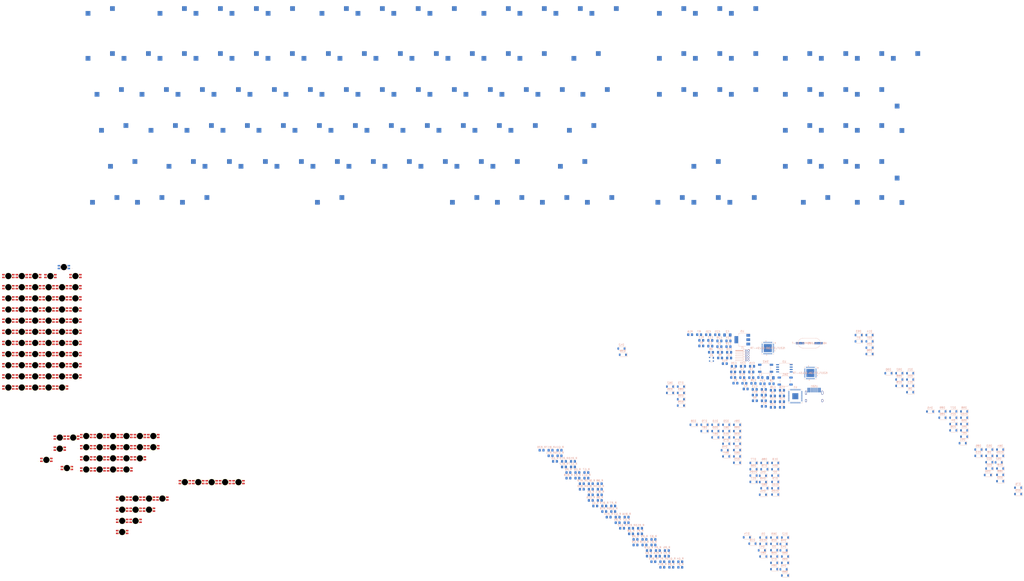
<source format=kicad_pcb>
(kicad_pcb (version 20221018) (generator pcbnew)
  (layers (0 "F.Cu" signal) (31 "B.Cu" signal) (34 "B.Paste" user) (35 "F.Paste" user) (36 "B.SilkS" user "B.Silkscreen") (37 "F.SilkS" user "F.Silkscreen") (38 "B.Mask" user) (39 "F.Mask" user) (44 "Edge.Cuts" user))
  (net 0 "")
  (net 1 "+3.3V")
  (net 2 "GND")
  (net 3 "RESET")
  (net 4 "+1V1")
  (net 5 "XIN")
  (net 6 "Net-(C10-Pad2)")
  (net 7 "+5V")
  (net 8 "SDB")
  (net 9 "Net-(U5-VI)")
  (net 10 "Net-(J1-Pin_6)")
  (net 11 "Net-(D1-I{slash}O1)")
  (net 12 "Net-(D1-I{slash}O2)")
  (net 13 "VCC")
  (net 14 "ROW0")
  (net 15 "Net-(D2-A)")
  (net 16 "Net-(D3-A)")
  (net 17 "Net-(D4-A)")
  (net 18 "Net-(D5-A)")
  (net 19 "Net-(D6-A)")
  (net 20 "Net-(D7-A)")
  (net 21 "Net-(D8-A)")
  (net 22 "Net-(D9-A)")
  (net 23 "Net-(D10-A)")
  (net 24 "Net-(D11-A)")
  (net 25 "Net-(D12-A)")
  (net 26 "Net-(D13-A)")
  (net 27 "Net-(D14-A)")
  (net 28 "Net-(D15-A)")
  (net 29 "Net-(D16-A)")
  (net 30 "Net-(D17-A)")
  (net 31 "ROW1")
  (net 32 "Net-(D18-A)")
  (net 33 "Net-(D19-A)")
  (net 34 "Net-(D20-A)")
  (net 35 "Net-(D21-A)")
  (net 36 "Net-(D22-A)")
  (net 37 "Net-(D23-A)")
  (net 38 "Net-(D24-A)")
  (net 39 "Net-(D25-A)")
  (net 40 "Net-(D26-A)")
  (net 41 "Net-(D27-A)")
  (net 42 "Net-(D28-A)")
  (net 43 "Net-(D29-A)")
  (net 44 "Net-(D30-A)")
  (net 45 "Net-(D31-A)")
  (net 46 "Net-(D32-A)")
  (net 47 "Net-(D33-A)")
  (net 48 "Net-(D34-A)")
  (net 49 "Net-(D35-A)")
  (net 50 "Net-(D36-A)")
  (net 51 "Net-(D37-A)")
  (net 52 "Net-(D38-A)")
  (net 53 "ROW2")
  (net 54 "Net-(D39-A)")
  (net 55 "Net-(D40-A)")
  (net 56 "Net-(D41-A)")
  (net 57 "Net-(D42-A)")
  (net 58 "Net-(D43-A)")
  (net 59 "Net-(D44-A)")
  (net 60 "Net-(D45-A)")
  (net 61 "Net-(D46-A)")
  (net 62 "Net-(D47-A)")
  (net 63 "Net-(D48-A)")
  (net 64 "Net-(D49-A)")
  (net 65 "Net-(D50-A)")
  (net 66 "Net-(D51-A)")
  (net 67 "Net-(D52-A)")
  (net 68 "Net-(D53-A)")
  (net 69 "Net-(D54-A)")
  (net 70 "Net-(D55-A)")
  (net 71 "Net-(D56-A)")
  (net 72 "Net-(D57-A)")
  (net 73 "Net-(D58-A)")
  (net 74 "Net-(D59-A)")
  (net 75 "ROW3")
  (net 76 "Net-(D60-A)")
  (net 77 "Net-(D61-A)")
  (net 78 "Net-(D62-A)")
  (net 79 "Net-(D63-A)")
  (net 80 "Net-(D64-A)")
  (net 81 "Net-(D65-A)")
  (net 82 "Net-(D66-A)")
  (net 83 "Net-(D67-A)")
  (net 84 "Net-(D68-A)")
  (net 85 "Net-(D69-A)")
  (net 86 "Net-(D70-A)")
  (net 87 "Net-(D71-A)")
  (net 88 "Net-(D72-A)")
  (net 89 "Net-(D73-A)")
  (net 90 "Net-(D74-A)")
  (net 91 "Net-(D75-A)")
  (net 92 "ROW4")
  (net 93 "Net-(D76-A)")
  (net 94 "Net-(D77-A)")
  (net 95 "Net-(D78-A)")
  (net 96 "Net-(D79-A)")
  (net 97 "Net-(D80-A)")
  (net 98 "Net-(D81-A)")
  (net 99 "Net-(D82-A)")
  (net 100 "Net-(D83-A)")
  (net 101 "Net-(D84-A)")
  (net 102 "Net-(D85-A)")
  (net 103 "Net-(D86-A)")
  (net 104 "Net-(D87-A)")
  (net 105 "Net-(D88-A)")
  (net 106 "Net-(D89-A)")
  (net 107 "Net-(D90-A)")
  (net 108 "Net-(D91-A)")
  (net 109 "ROW5")
  (net 110 "Net-(D92-A)")
  (net 111 "Net-(D93-A)")
  (net 112 "Net-(D94-A)")
  (net 113 "Net-(D95-A)")
  (net 114 "Net-(D96-A)")
  (net 115 "Net-(D97-A)")
  (net 116 "Net-(D98-A)")
  (net 117 "Net-(D99-A)")
  (net 118 "Net-(D100-A)")
  (net 119 "Net-(D101-A)")
  (net 120 "Net-(D102-A)")
  (net 121 "Net-(D103-A)")
  (net 122 "Net-(D104-A)")
  (net 123 "Net-(D105-A)")
  (net 126 "SWCLK")
  (net 127 "SWDIO")
  (net 129 "SW1")
  (net 130 "Net-(LED1-K_RED)")
  (net 131 "Net-(LED1-K_GREEN)")
  (net 132 "Net-(LED1-K_BLUE)")
  (net 133 "Net-(LED19-K_RED)")
  (net 134 "Net-(LED19-K_GREEN)")
  (net 135 "Net-(LED19-K_BLUE)")
  (net 136 "Net-(LED20-K_RED)")
  (net 137 "Net-(LED20-K_GREEN)")
  (net 138 "Net-(LED20-K_BLUE)")
  (net 139 "Net-(LED21-K_RED)")
  (net 140 "Net-(LED21-K_GREEN)")
  (net 141 "Net-(LED21-K_BLUE)")
  (net 142 "Net-(LED22-K_RED)")
  (net 143 "Net-(LED22-K_GREEN)")
  (net 144 "Net-(LED22-K_BLUE)")
  (net 145 "Net-(LED23-K_RED)")
  (net 146 "Net-(LED23-K_GREEN)")
  (net 147 "Net-(LED23-K_BLUE)")
  (net 148 "Net-(LED24-K_RED)")
  (net 149 "Net-(LED24-K_GREEN)")
  (net 150 "Net-(LED24-K_BLUE)")
  (net 151 "Net-(LED25-K_RED)")
  (net 152 "Net-(LED25-K_GREEN)")
  (net 153 "Net-(LED25-K_BLUE)")
  (net 154 "Net-(LED26-K_RED)")
  (net 155 "Net-(LED26-K_GREEN)")
  (net 156 "Net-(LED26-K_BLUE)")
  (net 157 "SW7")
  (net 158 "Net-(LED10-K_RED)")
  (net 159 "Net-(LED10-K_GREEN)")
  (net 160 "Net-(LED10-K_BLUE)")
  (net 161 "Net-(LED100-K_RED)")
  (net 162 "Net-(LED100-K_GREEN)")
  (net 163 "Net-(LED100-K_BLUE)")
  (net 164 "Net-(LED12-K_RED)")
  (net 165 "Net-(LED12-K_GREEN)")
  (net 166 "Net-(LED12-K_BLUE)")
  (net 167 "Net-(LED13-K_RED)")
  (net 168 "Net-(LED13-K_GREEN)")
  (net 169 "Net-(LED13-K_BLUE)")
  (net 170 "Net-(LED101-K_RED)")
  (net 171 "Net-(LED101-K_GREEN)")
  (net 172 "Net-(LED101-K_BLUE)")
  (net 173 "Net-(LED102-K_RED)")
  (net 174 "Net-(LED102-K_GREEN)")
  (net 175 "Net-(LED102-K_BLUE)")
  (net 176 "Net-(LED103-K_RED)")
  (net 177 "Net-(LED103-K_GREEN)")
  (net 178 "SW2")
  (net 179 "Net-(LED103-K_BLUE)")
  (net 180 "Net-(LED18-K_RED)")
  (net 181 "Net-(LED18-K_GREEN)")
  (net 182 "SW8")
  (net 183 "Net-(LED18-K_BLUE)")
  (net 184 "Net-(LED104-K_RED)")
  (net 185 "Net-(LED104-K_GREEN)")
  (net 186 "Net-(LED104-K_BLUE)")
  (net 187 "Net-(LED105-K_RED)")
  (net 188 "Net-(LED105-K_GREEN)")
  (net 189 "Net-(LED105-K_BLUE)")
  (net 190 "Net-(LED106-K_RED)")
  (net 191 "Net-(LED106-K_GREEN)")
  (net 192 "SW3")
  (net 193 "SW9")
  (net 194 "SW4")
  (net 195 "SW10")
  (net 196 "SW5")
  (net 197 "SW11")
  (net 198 "SW6")
  (net 199 "SW12")
  (net 200 "XOUT")
  (net 201 "INTB")
  (net 202 "SDA")
  (net 203 "Net-(LED106-K_BLUE)")
  (net 204 "SCL")
  (net 205 "Net-(R8-Pad1)")
  (net 206 "QSPI_SS")
  (net 207 "Net-(U2-ISET)")
  (net 208 "Net-(U4-ISET)")
  (net 209 "Net-(USB1-CC2)")
  (net 210 "USB_D-")
  (net 211 "USB_D+")
  (net 212 "CS3")
  (net 213 "CS6")
  (net 214 "CS9")
  (net 215 "CS12")
  (net 216 "CS15")
  (net 217 "CS18")
  (net 218 "CS21")
  (net 219 "CS24")
  (net 220 "CS27")
  (net 221 "CS30")
  (net 222 "CS33")
  (net 223 "CS36")
  (net 224 "CS39")
  (net 225 "CS42")
  (net 226 "CS45")
  (net 227 "CS48")
  (net 228 "CS51")
  (net 229 "CS54")
  (net 230 "CS57")
  (net 231 "CS60")
  (net 232 "CS1")
  (net 233 "CS4")
  (net 234 "CS7")
  (net 235 "CS10")
  (net 236 "CS13")
  (net 237 "CS16")
  (net 238 "CS19")
  (net 239 "CS22")
  (net 240 "CS25")
  (net 241 "CS28")
  (net 242 "CS31")
  (net 243 "CS34")
  (net 244 "CS37")
  (net 245 "CS40")
  (net 246 "CS43")
  (net 247 "CS46")
  (net 248 "CS49")
  (net 249 "CS52")
  (net 250 "CS55")
  (net 251 "CS58")
  (net 252 "CS2")
  (net 253 "CS5")
  (net 254 "CS8")
  (net 255 "CS11")
  (net 256 "CS14")
  (net 257 "CS17")
  (net 258 "CS20")
  (net 259 "CS23")
  (net 260 "CS26")
  (net 261 "CS29")
  (net 262 "CS32")
  (net 263 "CS35")
  (net 264 "CS38")
  (net 265 "CS41")
  (net 266 "CS44")
  (net 267 "CS47")
  (net 268 "CS50")
  (net 269 "CS53")
  (net 270 "CS56")
  (net 271 "CS59")
  (net 272 "COL0")
  (net 273 "COL2")
  (net 274 "COL3")
  (net 275 "COL4")
  (net 276 "COL5")
  (net 277 "COL6")
  (net 278 "COL7")
  (net 279 "COL8")
  (net 280 "COL9")
  (net 281 "COL10")
  (net 282 "COL11")
  (net 283 "COL12")
  (net 284 "COL13")
  (net 285 "COL14")
  (net 286 "COL15")
  (net 287 "COL16")
  (net 288 "COL1")
  (net 289 "COL17")
  (net 290 "COL18")
  (net 291 "COL19")
  (net 292 "SWD")
  (net 293 "QSPI_SD3")
  (net 294 "QSPI_SCLK")
  (net 295 "QSPI_SD0")
  (net 296 "QSPI_SD2")
  (net 297 "QSPI_SD1")
  (net 300 "Net-(USB1-CC1)")
  (footprint "MX_Only:MXOnly-2.25U-Hotswap" (layer "F.Cu") (at 338.1375 164.30625)
    (fp_text reference "SW73")
    (fp_text value "ENTER")
  )
  (footprint "MX_Only:MXOnly-1U-Hotswap" (layer "F.Cu") (at 292.89375 126.20625)
    (fp_text reference "SW30")
    (fp_text value "-")
  )
  (footprint "XZMDKCBDDG45S-9:PLCC4_SMD-LED_3p2X2p8_SLD" (layer "F.Cu") (at 34.11 292)
    (fp_text reference "LED87")
    (fp_text value "UP_ARROW")
  )
  (footprint "XZMDKCBDDG45S-9:PLCC4_SMD-LED_3p2X2p8_SLD" (layer "F.Cu") (at 94.34 362.57)
    (fp_text reference "LED39")
    (fp_text value "Q")
  )
  (footprint "MX_Only:MXOnly-1U-Hotswap" (layer "F.Cu") (at 183.35625 183.35625)
    (fp_text reference "SW81")
    (fp_text value "V")
  )
  (footprint "MX_Only:MXOnly-1.25U-Hotswap" (layer "F.Cu") (at 323.85 202.40625)
    (fp_text reference "SW99")
    (fp_text value "MENU")
  )
  (footprint "MX_Only:MXOnly-1U-Hotswap" (layer "F.Cu") (at 207.16875 102.39375)
    (fp_text reference "SW8")
    (fp_text value "F5")
  )
  (footprint "XZMDKCBDDG45S-9:PLCC4_SMD-LED_3p2X2p8_SLD" (layer "F.Cu") (at 41.21 238.9)
    (fp_text reference "LED7")
    (fp_text value "F6")
  )
  (footprint "MX_Only:MXOnly-1U-Hotswap" (layer "F.Cu") (at 150.01875 145.25625)
    (fp_text reference "SW43")
    (fp_text value "E")
  )
  (footprint "XZMDKCBDDG45S-9:PLCC4_SMD-LED_3p2X2p8_SLD" (layer "F.Cu") (at 41.21 280.2)
    (fp_text reference "LED58")
    (fp_text value "+")
  )
  (footprint "XZMDKCBDDG45S-9:PLCC4_SMD-LED_3p2X2p8_SLD" (layer "F.Cu") (at 55.41 268.4)
    (fp_text reference "LED23")
    (fp_text value "6")
  )
  (footprint "XZMDKCBDDG45S-9:PLCC4_SMD-LED_3p2X2p8_SLD" (layer "F.Cu") (at 48.31 268.4)
    (fp_text reference "LED99")
    (fp_text value "MENU")
  )
  (footprint "MX_Only:MXOnly-1U-Hotswap" (layer "F.Cu") (at 230.98125 164.30625)
    (fp_text reference "SW68")
    (fp_text value "J")
  )
  (footprint "MX_Only:MXOnly-1U-Hotswap" (layer "F.Cu") (at 178.59375 126.20625)
    (fp_text reference "SW24")
    (fp_text value "5")
  )
  (footprint "XZMDKCBDDG45S-9:PLCC4_SMD-LED_3p2X2p8_SLD" (layer "F.Cu") (at 82.42 329.475)
    (fp_text reference "LED33")
    (fp_text value "PG_UP")
  )
  (footprint "MX_Only:MXOnly-1U-Hotswap" (layer "F.Cu") (at 83.34375 126.20625)
    (fp_text reference "SW19")
    (fp_text value "TILDE")
  )
  (footprint "XZMDKCBDDG45S-9:PLCC4_SMD-LED_3p2X2p8_SLD" (layer "F.Cu") (at 41.21 256.6)
    (fp_text reference "LED49")
    (fp_text value "[")
  )
  (footprint "XZMDKCBDDG45S-9:PLCC4_SMD-LED_3p2X2p8_SLD" (layer "F.Cu") (at 96.62 323.575)
    (fp_text reference "LED5")
    (fp_text value "F4")
  )
  (footprint "MX_Only:MXOnly-1U-Hotswap" (layer "F.Cu") (at 452.4375 126.20625)
    (fp_text reference "SW36")
    (fp_text value "NUM_LK")
  )
  (footprint "XZMDKCBDDG45S-9:PLCC4_SMD-LED_3p2X2p8_SLD" (layer "F.Cu") (at 89.52 329.475)
    (fp_text reference "LED29")
    (fp_text value "=")
  )
  (footprint "MX_Only:MXOnly-1U-Hotswap" (layer "F.Cu") (at 140.49375 126.20625)
    (fp_text reference "SW22")
    (fp_text value "3")
  )
  (footprint "XZMDKCBDDG45S-9:PLCC4_SMD-LED_3p2X2p8_SLD" (layer "F.Cu") (at 82.42 323.575)
    (fp_text reference "LED68")
    (fp_text value "L")
  )
  (footprint "XZMDKCBDDG45S-9:PLCC4_SMD-LED_3p2X2p8_SLD" (layer "F.Cu") (at 34.11 280.2)
    (fp_text reference "LED88")
    (fp_text value "PAD_1")
  )
  (footprint "MX_Only:MXOnly-6.25U-Hotswap" (layer "F.Cu") (at 204.7875 202.40625)
    (fp_text reference "SW96")
    (fp_text value "SPACE")
  )
  (footprint "XZMDKCBDDG45S-9:PLCC4_SMD-LED_3p2X2p8_SLD" (layer "F.Cu") (at 141.72 347.98)
    (fp_text reference "LED43")
    (fp_text value "T")
  )
  (footprint "MX_Only:MXOnly-1U-Hotswap" (layer "F.Cu") (at 311.94375 126.20625)
    (fp_text reference "SW31")
    (fp_text value "=")
  )
  (footprint "MX_Only:MXOnly-1U-Hotswap" (layer "F.Cu") (at 384.96875 202.40625)
    (fp_text reference "SW101")
    (fp_text value "L_ARROW")
  )
  (footprint "XZMDKCBDDG45S-9:PLCC4_SMD-LED_3p2X2p8_SLD" (layer "F.Cu") (at 34.11 238.9)
    (fp_text reference "LED64")
    (fp_text value "G")
  )
  (footprint "XZMDKCBDDG45S-9:PLCC4_SMD-LED_3p2X2p8_SLD" (layer "F.Cu") (at 34.11 268.4)
    (fp_text reference "LED61")
    (fp_text value "S")
  )
  (footprint "XZMDKCBDDG45S-9:PLCC4_SMD-LED_3p2X2p8_SLD" (layer "F.Cu") (at 62.51 274.3)
    (fp_text reference "LED57")
    (fp_text value "PAD_9")
  )
  (footprint "MX_Only:MXOnly-1U-Hotswap" (layer "F.Cu") (at 126.20625 183.35625)
    (fp_text reference "SW78")
    (fp_text value "Z")
  )
  (footprint "XZMDKCBDDG45S-9:PLCC4_SMD-LED_3p2X2p8_SLD" (layer "F.Cu") (at 62.51 297.9)
    (fp_text reference "LED102")
    (fp_text value "DN_ARROW")
  )
  (footprint "MX_Only:MXOnly-1U-Hotswap" (layer "F.Cu") (at 302.41875 145.25625)
    (fp_text reference "SW51")
    (fp_text value "[")
  )
  (footprint "MX_Only:MXOnly-1.75U-Hotswap" (layer "F.Cu") (at 90.4875 164.30625)
    (fp_text reference "SW61")
    (fp_text value "CAPS")
  )
  (footprint "XZMDKCBDDG45S-9:PLCC4_SMD-LED_3p2X2p8_SLD" (layer "F.Cu") (at 69.61 280.2)
    (fp_text reference "LED6")
    (fp_text value "F5")
  )
  (footprint "XZMDKCBDDG45S-9:PLCC4_SMD-LED_3p2X2p8_SLD" (layer "F.Cu") (at 69.61 262.5)
    (fp_text reference "LED1")
    (fp_text value "ESC")
  )
  (footprint "XZMDKCBDDG45S-9:PLCC4_SMD-LED_3p2X2p8_SLD" (layer "F.Cu") (at 41.21 262.5)
    (fp_text reference "LED78")
    (fp_text value "C")
  )
  (footprint "XZMDKCBDDG45S-9:PLCC4_SMD-LED_3p2X2p8_SLD" (layer "F.Cu") (at 94.34 374.37)
    (fp_text reference "LED79")
    (fp_text value "V")
  )
  (footprint "XZMDKCBDDG45S-9:PLCC4_SMD-LED_3p2X2p8_SLD" (layer "F.Cu") (at 62.51 286.1)
    (fp_text reference "LED85")
    (fp_text value "/")
  )
  (footprint "XZMDKCBDDG45S-9:PLCC4_SMD-LED_3p2X2p8_SLD" (layer "F.Cu") (at 89.52 335.375)
    (fp_text reference "LED17")
    (fp_text value "TILDE")
  )
  (footprint "MX_Only:MXOnly-1U-Hotswap" (layer "F.Cu") (at 159.54375 102.39375)
    (fp_text reference "SW6")
    (fp_text value "F3")
  )
  (footprint "MX_Only:MXOnly-1U-Hotswap" (layer "F.Cu") (at 178.66625 102.39375)
    (fp_text reference "SW7")
    (fp_text value "F4")
  )
  (footprint "XZMDKCBDDG45S-9:PLCC4_SMD-LED_3p2X2p8_SLD" (layer "F.Cu") (at 69.61 274.3)
    (fp_text reference "LED20")
    (fp_text value "3")
  )
  (footprint "MX_Only:MXOnly-1U-Hotswap" (layer "F.Cu") (at 311.94375 102.39375)
    (fp_text reference "SW13")
    (fp_text value "F10")
  )
  (footprint "XZMDKCBDDG45S-9:PLCC4_SMD-LED_3p2X2p8_SLD" (layer "F.Cu") (at 48.31 256.6)
    (fp_text reference "LED95")
    (fp_text value "SPACE")
  )
  (footprint "XZMDKCBDDG45S-9:PLCC4_SMD-LED_3p2X2p8_SLD" (layer "F.Cu") (at 41.21 292)
    (fp_text reference "LED11")
    (fp_text value "F10")
  )
  (footprint "MX_Only:MXOnly-1U-Hotswap" (layer "F.Cu") (at 188.11875 145.25625)
    (fp_text reference "SW45")
    (fp_text value "T")
  )
  (footprint "XZMDKCBDDG45S-9:PLCC4_SMD-LED_3p2X2p8_SLD" (layer "F.Cu") (at 62.51 250.7)
    (fp_text reference "LED14")
    (fp_text value "PRT_SC")
  )
  (footprint "MX_Only:MXOnly-1U-Hotswap" (layer "F.Cu") (at 297.65625 183.35625)
    (fp_text reference "SW87")
    (fp_text value "/")
  )
  (footprint "MX_Only:MXOnly-1U-Hotswap" (layer "F.Cu") (at 121.44375 126.20625)
    (fp_text reference "SW21")
    (fp_text value "2")
  )
  (footprint "XZMDKCBDDG45S-9:PLCC4_SMD-LED_3p2X2p8_SLD" (layer "F.Cu") (at 62.51 280.2)
    (fp_text reference "LED25")
    (fp_text value "8")
  )
  (footprint "MX_Only:MXOnly-1U-Hotswap" (layer "F.Cu") (at 245.26875 145.25625)
    (fp_text reference "SW48")
    (fp_text value "I")
  )
  (footprint "MX_Only:MXOnly-1U-Hotswap" (layer "F.Cu") (at 385.7625 145.25625)
    (fp_text reference "SW54")
    (fp_text value "DEL")
  )
  (footprint "MX_Only:MXOnly-2U-Hotswap" (layer "F.Cu") (at 509.5875 154.78125 90)
    (fp_text reference "SW60")
    (fp_text value "+")
  )
  (footprint "XZMDKCBDDG45S-9:PLCC4_SMD-LED_3p2X2p8_SLD" (layer "F.Cu") (at 103.72 329.475)
    (fp_text reference "LED77")
    (fp_text value "X")
  )
  (footprint "MX_Only:MXOnly-1U-Hotswap" (layer "F.Cu") (at 471.4875 183.35625)
    (fp_text reference "SW91")
    (fp_text value "PAD_2")
  )
  (footprint "MX_Only:MXOnly-1U-Hotswap" (layer "F.Cu") (at 321.46875 145.25625)
    (fp_text reference "SW52")
    (fp_text value "]")
  )
  (footprint "MX_Only:MXOnly-1U-Hotswap" (layer "F.Cu") (at 490.5375 145.25625)
    (fp_text reference "SW59")
    (fp_text value "PAD_9")
  )
  (footprint "MX_Only:MXOnly-1U-Hotswap" (layer "F.Cu") (at 154.78125 164.30625)
    (fp_text reference "SW64")
    (fp_text value "D")
  )
  (footprint "MX_Only:MXOnly-2.25U-Hotswap" (layer "F.Cu") (at 95.25 183.35625)
    (fp_text reference "SW77")
    (fp_text value "L_SHIFT")
  )
  (footprint "XZMDKCBDDG45S-9:PLCC4_SMD-LED_3p2X2p8_SLD" (layer "F.Cu") (at 34.11 256.6)
    (fp_text reference "LED22")
    (fp_text value "5")
  )
  (footprint "XZMDKCBDDG45S-9:PLCC4_SMD-LED_3p2X2p8_SLD" (layer "F.Cu") (at 103.72 323.575)
    (fp_text reference "LED19")
    (fp_text value "2")
  )
  (footprint "XZMDKCBDDG45S-9:PLCC4_SMD-LED_3p2X2p8_SLD" (layer "F.Cu") (at 82.42 341.275)
    (fp_text reference "LED2")
    (fp_text value "F1")
  )
  (footprint "MX_Only:MXOnly-2U-Hotswap" (layer "F.Cu") (at 340.51875 126.20625)
    (fp_text reference "SW32")
    (fp_text value "BACKSPACE")
  )
  (footprint "XZMDKCBDDG45S-9:PLCC4_SMD-LED_3p2X2p8_SLD" (layer "F.Cu") (at 41.21 268.4)
    (fp_text reference "LED45")
    (fp_text value "U")
  )
  (footprint "XZMDKCBDDG45S-9:PLCC4_SMD-LED_3p2X2p8_SLD" (layer "F.Cu") (at 134.62 347.98)
    (fp_text reference "LED13")
    (fp_text value "F12")
  )
  (footprint "XZMDKCBDDG45S-9:PLCC4_SMD-LED_3p2X2p8_SLD" (layer "F.Cu") (at 55.41 256.6)
    (fp_text reference "LED54")
    (fp_text value "PG_DN")
  )
  (footprint "XZMDKCBDDG45S-9:PLCC4_SMD-LED_3p2X2p8_SLD" (layer "F.Cu") (at 62.51 268.4)
    (fp_text reference "LED12")
    (fp_text value "F11")
  )
  (footprint "MX_Only:MXOnly-1U-Hotswap" (layer "F.Cu") (at 264.31875 102.39375)
    (fp_text reference "SW11")
    (fp_text value "F8")
  )
  (footprint "MX_Only:MXOnly-1U-Hotswap" (layer "F.Cu") (at 259.55625 183.35625)
    (fp_text reference "SW85")
    (fp_text value ",")
  )
  (footprint "MX_Only:MXOnly-1U-Hotswap" (layer "F.Cu") (at 130.96875 145.25625)
    (fp_text reference "SW42")
    (fp_text value "W")
  )
  (footprint "MX_Only:MXOnly-1U-Hotswap" (layer "F.Cu") (at 116.68125 164.30625)
    (fp_text reference "SW62")
    (fp_text value "A")
  )
  (footprint "MX_Only:MXOnly-1U-Hotswap" (layer "F.Cu") (at 404.8125 126.20625)
    (fp_text reference "SW34")
    (fp_text value "HOME")
  )
  (footprint "XZMDKCBDDG45S-9:PLCC4_SMD-LED_3p2X2p8_SLD" (layer "F.Cu") (at 56.35625 238.91875)
    (fp_text reference "LED74")
    (fp_text value "PAD_6")
  )
  (footprint "XZMDKCBDDG45S-9:PLCC4_SMD-LED_3p2X2p8_SLD" (layer "F.Cu") (at 94.34 368.47)
    (fp_text reference "LED41")
    (fp_text value "E")
  )
  (footprint "XZMDKCBDDG45S-9:PLCC4_SMD-LED_3p2X2p8_SLD" (layer "F.Cu") (at 75.32 335.375)
    (fp_text reference "LED27")
    (fp_text value "0")
  )
  (footprint "MX_Only:MXOnly-1.25U-Hotswap" (layer "F.Cu") (at 300.0375 202.40625)
    (fp_text reference "SW98")
    (fp_text value "FN")
  )
  (footprint "XZMDKCBDDG45S-9:PLCC4_SMD-LED_3p2X2p8_SLD" (layer "F.Cu") (at 55.41 280.2)
    (fp_text reference "LED36")
    (fp_text value "*")
  )
  (footprint "XZMDKCBDDG45S-9:PLCC4_SMD-LED_3p2X2p8_SLD" (layer "F.Cu") (at 55.41 250.7)
    (fp_text reference "LED46")
    (fp_text value "I")
  )
  (footprint "XZMDKCBDDG45S-9:PLCC4_SMD-LED_3p2X2p8_SLD" (layer "F.Cu") (at 34.11 274.3)
    (fp_text reference "LED97")
    (fp_text value "R_ALT")
  )
  (footprint "XZMDKCBDDG45S-9:PLCC4_SMD-LED_3p2X2p8_SLD" (layer "F.Cu") (at 41.21 286.1)
    (fp_text reference "LED30")
    (fp_text value "BACKSPACE")
  )
  (footprint "MX_Only:MXOnly-1U-Hotswap" (layer "F.Cu") (at 140.49375 102.39375)
    (fp_text reference "SW5")
    (fp_text value "F2")
  )
  (footprint "MX_Only:MXOnly-1U-Hotswap" (layer "F.Cu") (at 273.84375 126.20625)
    (fp_text reference "SW29")
    (fp_text value "0")
  )
  (footprint "XZMDKCBDDG45S-9:PLCC4_SMD-LED_3p2X2p8_SLD" (layer "F.Cu") (at 75.32 323.575)
    (fp_text reference "LED47")
    (fp_text value "O")
  )
  (footprint "MX_Only:MXOnly-1.25U-Hotswap" (layer "F.Cu") (at 276.225 202.40625)
    (fp_text reference "SW97")
    (fp_text value "R_ALT")
  )
  (footprint "MX_Only:MXOnly-1U-Hotswap" (layer "F.Cu") (at 490.5375 202.40625)
    (fp_text reference "SW105")
    (fp_text value "PAD_.")
  )
  (footprint "MX_Only:MXOnly-2.75U-Hotswap" (layer "F.Cu") (at 333.375 183.35625)
    (fp_text reference "SW88")
    (fp_text value "R_SHIFT")
  )
  (footprint "XZMDKCBDDG45S-9:PLCC4_SMD-LED_3p2X2p8_SLD" (layer "F.Cu") (at 69.61 250.7)
    (fp_text reference "LED91")
    (fp_text value "CTRL")
  )
  (footprint "XZMDKCBDDG45S-9:PLCC4_SMD-LED_3p2X2p8_SLD" (layer "F.Cu") (at 101.44 356.67)
    (fp_text reference "LED52")
    (fp_text value "DEL")
  )
  (footprint "XZMDKCBDDG45S-9:PLCC4_SMD-LED_3p2X2p8_SLD" (layer "F.Cu") (at 34.11 297.9)
    (fp_text reference "LED67")
    (fp_text value "K")
  )
  (footprint "MX_Only:MXOnly-1U-Hotswap" (layer "F.Cu") (at 216.69375 126.20625)
    (fp_text reference "SW26")
    (fp_text value "7")
  )
  (footprint "XZMDKCBDDG45S-9:PLCC4_SMD-LED_3p2X2p8_SLD" (layer "F.Cu") (at 94.34 356.67)
    (fp_text reference "LED103")
    (fp_text value "R_ARROW")
  )
  (footprint "MX_Only:MXOnly-1U-Hotswap" (layer "F.Cu") (at 452.4375 164.30625)
    (fp_text reference "SW74")
    (fp_text value "PAD_4")
  )
  (footprint "XZMDKCBDDG45S-9:PLCC4_SMD-LED_3p2X2p8_SLD" (layer "F.Cu") (at 101.44 368.47)
    (fp_text reference "LED80")
    (fp_text value "B")
  )
  (footprint "MX_Only:MXOnly-1U-Hotswap" (layer "F.Cu") (at 159.54375 126.20625)
    (fp_text reference "SW23")
    (fp_text value "4")
  )
  (footprint "MX_Only:MXOnly-1U-Hotswap" (layer "F.Cu") (at 197.64375 126.20625)
    (fp_text reference "SW25")
    (fp_text value "6")
  )
  (footprint "XZMDKCBDDG45S-9:PLCC4_SMD-LED_3p2X2p8_SLD" (layer "F.Cu") (at 89.52 323.575)
    (fp_text reference "LED18")
    (fp_text value "1")
  )
  (footprint "XZMDKCBDDG45S-9:PLCC4_SMD-LED_3p2X2p8_SLD" (layer "F.Cu") (at 41.21 244.8)
    (fp_text reference "LED98")
    (fp_text value "FN")
  )
  (footprint "MX_Only:MXOnly-1U-Hotswap" (layer "F.Cu") (at 404.8125 102.39375)
    (fp_text reference "SW17")
    (fp_text value "SCR_LK")
  )
  (footprint "XZMDKCBDDG45S-9:PLCC4_SMD-LED_3p2X2p8_SLD" (layer "F.Cu") (at 48.31 262.5)
    (fp_text reference "LED44")
    (fp_text value "Y")
  )
  (footprint "XZMDKCBDDG45S-9:PLCC4_SMD-LED_3p2X2p8_SLD" (layer "F.Cu") (at 55.41 292)
    (fp_text reference "LED48")
    (fp_text value "P")
  )
  (footprint "XZMDKCBDDG45S-9:PLCC4_SMD-LED_3p2X2p8_SLD" (layer "F.Cu") (at 110.82 329.475)
    (fp_text reference "LED69")
    (fp_text value ";")
  )
  (footprint "XZMDKCBDDG45S-9:PLCC4_SMD-LED_3p2X2p8_SLD" (layer "F.Cu") (at 61.32 324.395)
    (fp_text reference "LED24")
    (fp_text value "7")
  )
  (footprint "MX_Only:MXOnly-1U-Hotswap" (layer "F.Cu") (at 490.5375 183.35625)
    (fp_text reference "SW92")
    (fp_text value "PAD_3")
  )
  (footprint "MX_Only:MXOnly-1U-Hotswap" (layer "F.Cu") (at 135.73125 164.30625)
    (fp_text reference "SW63")
    (fp_text value "S")
  )
  (footprint "MX_Only:MXOnly-1.25U-Hotswap" (layer "F.Cu") (at 109.5375 202.40625)
    (fp_text reference "SW94")
    (fp_text value "OS")
  )
  (footprint "MX_Only:MXOnly-1U-Hotswap" (layer "F.Cu") (at 452.4375 145.25625)
    (fp_text reference "SW57")
    (fp_text value "PAD_7")
  )
  (footprint "MX_Only:MXOnly-1.5U-Hotswap" (layer "F.Cu") (at 88.10625 145.25625)
    (fp_text reference "SW40")
    (fp_text value "TAB")
  )
  (footprint "XZMDKCBDDG45S-9:PLCC4_SMD-LED_3p2X2p8_SLD" (layer "F.Cu") (at 48.31 244.8)
    (fp_text reference "LED15")
    (fp_text value "SCR_LK")
  )
  (footprint "XZMDKCBDDG45S-9:PLCC4_SMD-LED_3p2X2p8_SLD" (layer "F.Cu") (at 108.54 356.67)
    (fp_text reference "LED89")
    (fp_text value "PAD_2")
  )
  (footprint "MX_Only:MXOnly-1U-Hotswap" (layer "F.Cu") (at 423.8625 102.39375)
    (fp_text reference "SW18")
    (fp_text value "PAUSE")
  )
  (footprint "XZMDKCBDDG45S-9:PLCC4_SMD-LED_3p2X2p8_SLD" (layer "F.Cu") (at 41.21 297.9)
    (fp_text reference "LED70")
    (fp_text value "'")
  )
  (footprint "MX_Only:MXOnly-1U-Hotswap" (layer "F.Cu") (at 226.21875 102.39375)
    (fp_text reference "SW9")
    (fp_text value "F6")
  )
  (footprint "MX_Only:MXOnly-1U-Hotswap" (layer "F.Cu") (at 173.83125 164.30625)
    (fp_text reference "SW65")
    (fp_text value "F")
  )
  (footprint "XZMDKCBDDG45S-9:PLCC4_SMD-LED_3p2X2p8_SLD" (layer "F.Cu") (at 48.31 238.9)
    (fp_text reference "LED62")
    (fp_text value "D")
  )
  (footprint "MX_Only:MXOnly-1U-Hotswap" (layer "F.Cu") (at 471.4875 164.30625)
    (fp_text reference "SW75")
    (fp_text value "PAD_5")
  )
  (footprint "XZMDKCBDDG45S-9:PLCC4_SMD-LED_3p2X2p8_SLD" (layer "F.Cu") (at 48.31 250.7)
    (fp_text reference "LED28")
    (fp_text value "-")
  )
  (footprint "MX_Only:MXOnly-1U-Hotswap" (layer "F.Cu") (at 164.30625 183.35625)
    (fp_text reference "SW80")
    (fp_text value "C")
  )
  (footprint "MX_Only:MXOnly-1U-Hotswap" (layer "F.Cu") (at 350.04375 102.39375)
    (fp_text reference "SW15")
    (fp_text value "F12")
  )
  (footprint "XZMDKCBDDG45S-9:PLCC4_SMD-LED_3p2X2p8_SLD" (layer "F.Cu") (at 69.61 292)
    (fp_text reference "LED35")
    (fp_text value "PAD_/")
  )
  (footprint "XZMDKCBDDG45S-9:PLCC4_SMD-LED_3p2X2p8_SLD" (layer "F.Cu") (at 55.41 244.8)
    (fp_text reference "LED71")
    (fp_text value "ENTER")
  )
  (footprint "MX_Only:MXOnly-1.25U-Hotswap" (layer "F.Cu") (at 133.35 202.40625)
    (fp_text reference "SW95")
    (fp_text value "L_ALT")
  )
  (footprint "MX_Only:MXOnly-1U-Hotswap" (layer "F.Cu") (at 292.89375 102.39375)
    (fp_text reference "SW12")
    (fp_text value "F9")
  )
  (footprint "XZMDKCBDDG45S-9:PLCC4_SMD-LED_3p2X2p8_SLD" (layer "F.Cu") (at 127.52 347.98)
    (fp_text reference "LED105")
    (fp_text value "PAD_.")
  )
  (footprint "XZMDKCBDDG45S-9:PLCC4_SMD-LED_3p2X2p8_SLD" (layer "F.Cu") (at 48.31 286.1)
    (fp_text reference "LED3")
    (fp_text value "F2")
  )
  (footprint "XZMDKCBDDG45S-9:PLCC4_SMD-LED_3p2X2p8_SLD" (layer "F.Cu") (at 34.11 244.8)
    (fp_text reference "LED72")
    (fp_text value "PAD_4")
  )
  (footprint "XZMDKCBDDG45S-9:PLCC4_SMD-LED_3p2X2p8_SLD" (layer "F.Cu") (at 54.22 336.195)
    (fp_text reference "LED59")
    (fp_text value "CAPS")
  )
  (footprint "XZMDKCBDDG45S-9:PLCC4_SMD-LED_3p2X2p8_SLD" (layer "F.Cu") (at 110.82 323.575)
    (fp_text reference "LED56")
    (fp_text value "PAD_8")
  )
  (footprint "MX_Only:MXOnly-1U-Hotswap" (layer "F.Cu") (at 490.5375 164.30625)
    (fp_text reference "SW76")
    (fp_text value "PAD_6")
  )
  (footprint "XZMDKCBDDG45S-9:PLCC4_SMD-LED_3p2X2p8_SLD" (layer "F.Cu") (at 69.61 238.9)
    (fp_text reference "LED84")
    (fp_text value ".")
  )
  (footprint "XZMDKCBDDG45S-9:PLCC4_SMD-LED_3p2X2p8_SLD" (layer "F.Cu") (at 41.21 250.7)
    (fp_text reference "LED31")
    (fp_text value "INSERT")
  )
  (footprint "MX_Only:MXOnly-1U-Hotswap" (layer "F.Cu") (at 307.18125 164.30625)
    (fp_text reference "SW72")
    (fp_text value "'")
  )
  (footprint "XZMDKCBDDG45S-9:PLCC4_SMD-LED_3p2X2p8_SLD" (layer "F.Cu") (at 34.11 262.5)
    (fp_text reference "LED82")
    (fp_text value "M")
  )
  (footprint "MX_Only:MXOnly-1U-Hotswap" (layer "F.Cu") (at 423.8625 145.25625)
    (fp_text reference "SW56")
    (fp_text value "PG_DN")
  )
  (footprint "XZMDKCBDDG45S-9:PLCC4_SMD-LED_3p2X2p8_SLD" (layer "F.Cu") (at 62.51 262.5)
    (fp_text reference "LED50")
    (fp_text value "]")
  )
  (footprint "XZMDKCBDDG45S-9:PLCC4_SMD-LED_3p2X2p8_SLD" (layer "F.Cu") (at 65.0875 340.51875)
    (fp_text reference "LED100")
    (fp_text value "R_CTRL")
  )
  (footprint "MX_Only:MXOnly-1U-Hotswap" (layer "F.Cu") (at 404.01875 183.35625)
    (fp_text reference "SW89")
    (fp_text value "UP_ARROW")
  )
  (footprint "XZMDKCBDDG45S-9:PLCC4_SMD-LED_3p2X2p8_SLD" (layer "F.Cu") (at 108.54 362.57)
    (fp_text reference "LED92")
    (fp_text value "OS")
  )
  (footprint "XZMDKCBDDG45S-9:PLCC4_SMD-LED_3p2X2p8_SLD" (layer "F.Cu") (at 101.44 362.57)
    (fp_text reference "LED106")
    (fp_text value "PAD_ENTER")
  )
  (footprint "MX_Only:MXOnly-1.5U-Hotswap" (layer "F.Cu") (at 345.28125 145.25625)
    (fp_text reference "SW53")
    (fp_text value "\\")
  )
  (footprint "XZMDKCBDDG45S-9:PLCC4_SMD-LED_3p2X2p8_SLD" (layer "F.Cu") (at 62.51 256.6)
    (fp_text reference "LED32")
    (fp_text value "HOME")
  )
  (footprint "XZMDKCBDDG45S-9:PLCC4_SMD-LED_3p2X2p8_SLD" (layer "F.Cu") (at 155.92 347.98)
    (fp_text reference "LED34")
    (fp_text value "NUM_LK")
  )
  (footprint "MX_Only:MXOnly-1U-Hotswap" (layer "F.Cu") (at 245.19125 102.39375)
    (fp_text reference "SW10")
    (fp_text value "F7")
  )
  (footprint "XZMDKCBDDG45S-9:PLCC4_SMD-LED_3p2X2p8_SLD" (layer "F.Cu") (at 82.42 335.375)
    (fp_text reference "LED66")
    (fp_text value "J")
  )
  (footprint "MX_Only:MXOnly-1U-Hotswap" (layer "F.Cu") (at 404.01875 202.40625)
    (fp_text reference "SW102")
    (fp_text value "DN_ARROW")
  )
  (footprint "MX_Only:MXOnly-1U-Hotswap" (layer "F.Cu") (at 221.45625 183.35625)
    (fp_text reference "SW83")
    (fp_text value "N")
  )
  (footprint "MX_Only:MXOnly-1U-Hotswap" (layer "F.Cu") (at 452.4375 183.35625)
    (fp_text reference "SW90")
    (fp_text value "PAD_1")
  )
  (footprint "MX_Only:MXOnly-1U-Hotswap" (layer "F.Cu") (at 264.31875 145.25625)
    (fp_text reference "SW49")
    (fp_text value "O")
  )
  (footprint "XZMDKCBDDG45S-9:PLCC4_SMD-LED_3p2X2p8_SLD" (layer "F.Cu") (at 115.64 356.67)
    (fp_text reference "LED60")
    (fp_text value "A")
  )
  (footprint "MX_Only:MXOnly-1U-Hotswap" (layer "F.Cu") (at 226.21875 145.25625)
    (fp_text reference "SW47")
    (fp_text value "U")
  )
  (footprint "XZMDKCBDDG45S-9:PLCC4_SMD-LED_3p2X2p8_SLD" (layer "F.Cu") (at 55.41 297.9)
    (fp_text reference "LED101")
    (fp_text value "L_ARROW")
  )
  (footprint "XZMDKCBDDG45S-9:PLCC4_SMD-LED_3p2X2p8_SLD" (layer "F.Cu") (at 55.41 286.1)
    (fp_text reference "LED94")
    (fp_text value "SPACE_L")
  )
  (footprint "XZMDKCBDDG45S-9:PLCC4_SMD-LED_3p2X2p8_SLD" (layer "F.Cu") (at 34.11 286.1)
    (fp_text reference "LED40")
    (fp_text value "W")
  )
  (footprint "MX_Only:MXOnly-1U-Hotswap" (layer "F.Cu") (at 269.08125 164.30625)
    (fp_text reference "SW70")
    (fp_text value "L")
  )
  (footprint "MX_Only:MXOnly-2U-Hotswap" (layer "F.Cu") (at 461.9625 202.40625)
    (fp_text reference "SW104")
    (fp_text value "PAD_0")
  )
  (footprint "XZMDKCBDDG45S-9:PLCC4_SMD-LED_3p2X2p8_SLD" (layer "F.Cu") (at 48.31 292)
    (fp_text reference "LED81")
    (fp_text value "N")
  )
  (footprint "MX_Only:MXOnly-1U-Hotswap" (layer "F.Cu") (at 121.44375 102.39375)
    (fp_text reference "SW4")
    (fp_text value "F1")
  )
  (footprint "MX_Only:MXOnly-1U-Hotswap" (layer "F.Cu") (at 211.93125 164.30625)
    (fp_text reference "SW67")
    (fp_text value "H")
  )
  (footprint "MX_Only:MXOnly-1U-Hotswap" (layer "F.Cu") (at 102.39375 126.20625)
    (fp_text reference "SW20")
    (fp_text value "1")
  )
  (footprint "XZMDKCBDDG45S-9:PLCC4_SMD-LED_3p2X2p8_SLD" (layer "F.Cu") (at 62.51 244.8)
    (fp_text reference "LED63")
    (fp_text value "F")
  )
  (footprint "XZMDKCBDDG45S-9:PLCC4_SMD-LED_3p2X2p8_SLD" (layer "F.Cu") (at 34.11 250.7)
    (fp_text reference "LED21")
    (fp_text value "4")
  )
  (footprint "XZMDKCBDDG45S-9:PLCC4_SMD-LED_3p2X2p8_SLD" (layer "F.Cu") (at 89.52 341.275)
    (fp_text reference "LED76")
    (fp_text value "Z")
  )
  (footprint "XZMDKCBDDG45S-9:PLCC4_SMD-LED_3p2X2p8_SLD" (layer "F.Cu") (at 61.32 330.295)
    (fp_text reference "LED16")
    (fp_text value "PAUSE")
  )
  (footprint "MX_Only:MXOnly-1U-Hotswap" (layer "F.Cu") (at 509.5875 126.20625)
    (fp_text reference "SW39")
    (fp_text value "PAD_-")
  )
  (footprint "MX_Only:MXOnly-1U-Hotswap" (layer "F.Cu") (at 240.50625 183.35625)
    (fp_text reference "SW84")
    (fp_text value "M")
  )
  (footprint "XZMDKCBDDG45S-9:PLCC4_SMD-LED_3p2X2p8_SLD" (layer "F.Cu") (at 69.61 286.1)
    (fp_text reference "LED4")
    (fp_text value "F3")
  )
  (footprint "XZMDKCBDDG45S-9:PLCC4_SMD-LED_3p2X2p8_SLD" (layer "F.Cu") (at 75.32 329.475)
    (fp_text reference "LED73")
    (fp_text value "PAD_5")
  )
  (footprint "MX_Only:MXOnly-2U-Hotswap" (layer "F.Cu") (at 509.5875 192.88125 90)
    (fp_text reference "SW106")
    (fp_text value "PAD_ENTER")
  )
  (footprint "MX_Only:MXOnly-1U-Hotswap" (layer "F.Cu") (at 330.99375 102.39375)
    (fp_text reference "SW14")
    (fp_text value "F11")
  )
  (footprint "MX_Only:MXOnly-1U-Hotswap" (layer "F.Cu") (at 385.7625 102.39375)
    (fp_text reference "SW16")
    (fp_text value "PRT_SC")
  )
  (footprint "MX_Only:MXOnly-1U-Hotswap" (layer "F.Cu") (at 404.8125 145.25625)
    (fp_text reference "SW55")
    (fp_text value "END")
  )
  (footprint "MX_Only:MXOnly-1U-Hotswap" (layer "F.Cu") (at 192.88125 164.30625)
    (fp_text reference "SW66")
    (fp_text value "G")
  )
  (footprint "XZMDKCBDDG45S-9:PLCC4_SMD-LED_3p2X2p8_SLD" (layer "F.Cu") (at 48.31 274.3)
    (fp_text reference "LED75")
    (fp_text value "L_SHIFT")
  )
  (footprint "MX_Only:MXOnly-1U-Hotswap" (layer "F.Cu") (at 202.40625 183.35625)
    (fp_text reference "SW82")
    (fp_text value "B")
  )
  (footprint "XZMDKCBDDG45S-9:PLCC4_SMD-LED_3p2X2p8_SLD" (layer "F.Cu") (at 48.31 280.2)
    (fp_text reference "LED90")
    (fp_text value "PAD_3")
  )
  (footprint "MX_Only:MXOnly-1.25U-Hotswap" (layer "F.Cu") (at 85.725 202.40625)
    (fp_text reference "SW93")
    (fp_text value "CTRL")
  )
  (footprint "XZMDKCBDDG45S-9:PLCC4_SMD-LED_3p2X2p8_SLD" (layer "F.Cu") (at 48.31 297.9)
    (fp_text reference "LED55")
    (fp_text value "PAD_7")
  )
  (footprint "MX_Only:MXOnly-1U-Hotswap" (layer "F.Cu") (at 278.60625 183.35625)
    (fp_text reference "SW86")
    (fp_text value ".")
  )
  (footprint "XZMDKCBDDG45S-9:PLCC4_SMD-LED_3p2X2p8_SLD" (layer "F.Cu") (at 55.41 262.5)
    (fp_text reference "LED10")
    (fp_text value "F9")
  )
  (footprint "XZMDKCBDDG45S-9:PLCC4_SMD-LED_3p2X2p8_SLD" (layer "F.Cu") (at 96.62 329.475)
    (fp_text reference "LED8")
    (fp_text value "F7")
  )
  (footprint "XZMDKCBDDG45S-9:PLCC4_SMD-LED_3p2X2p8_SLD" (layer "F.Cu") (at 69.61 256.6)
    (fp_text reference "LED104")
    (fp_text value "PAD_0")
  )
  (footprint "MX_Only:MXOnly-1U-Hotswap" (layer "F.Cu") (at 250.03125 164.30625)
    (fp_text reference "SW69")
    (fp_text value "K")
  )
  (footprint "XZMDKCBDDG45S-9:PLCC4_SMD-LED_3p2X2p8_SLD" (layer "F.Cu") (at 148.82 347.98)
    (fp_text reference "LED53")
    (fp_text value "END")
  )
  (footprint "MX_Only:MXOnly-1U-Hotswap" (layer "F.Cu") (at 423.8625 126.20625)
    (fp_text reference "SW35")
    (fp_text value "PG_UP")
  )
  (footprint "MX_Only:MXOnly-1U-Hotswap" (layer "F.Cu") (at 471.4875 145.25625)
    (fp_text reference "SW58")
    (fp_text value "PAD_8")
  )
  (footprint "MX_Only:MXOnly-1U-Hotswap" (layer "F.Cu") (at 83.34375 102.39375)
    (fp_text reference "SW3")
    (fp_text value "ESC")
  )
  (footprint "MX_Only:MXOnly-1U-Hotswap" (layer "F.Cu") (at 385.7625 126.20625)
    (fp_text reference "SW33")
    (fp_text value "INSERT")
  )
  (footprint "MX_Only:MXOnly-1U-Hotswap" (layer "F.Cu") (at 471.4875 126.20625)
    (fp_text reference "SW37")
    (fp_text value "PAD_/")
  )
  (footprint "MX_Only:MXOnly-1U-Hotswap" (layer "F.Cu") (at 288.13125 164.30625)
    (fp_text reference "SW71")
    (fp_text value ";")
  )
  (footprint "MX_Only:MXOnly-1U-Hotswap" (layer "F.Cu") (at 169.06875 145.25625)
    (fp_text reference "SW44")
    (fp_text value "R")
  )
  (footprint "XZMDKCBDDG45S-9:PLCC4_SMD-LED_3p2X2p8_SLD" (layer "F.Cu") (at 69.61 244.8)
    (fp_text reference "LED9")
    (fp_text value "F8")
  )
  (footprint "XZMDKCBDDG45S-9:PLCC4_SMD-LED_3p2X2p8_SLD" (layer "F.Cu") (at 103.72 335.375)
    (fp_text reference "LED96")
    (fp_text value "SPACE_R")
  )
  (footprint "XZMDKCBDDG45S-9:PLCC4_SMD-LED_3p2X2p8_SLD" (layer "F.Cu") (at 96.62 335.375)
    (fp_text reference "LED83")
    (fp_text value ",")
  )
  (footprint "XZMDKCBDDG45S-9:PLCC4_SMD-LED_3p2X2p8_SLD" (layer "F.Cu") (at 41.21 274.3)
    (fp_text reference "LED51")
    (fp_text value "\\")
  )
  (footprint "XZMDKCBDDG45S-9:PLCC4_SMD-LED_3p2X2p8_SLD" (layer "F.Cu") (at 62.51 292)
    (fp_text reference "LED42")
    (fp_text value "R")
  )
  (footprint "MX_Only:MXOnly-1U-Hotswap" (layer "F.Cu") (at 207.16875 145.25625)
    (fp_text reference "SW46")
    (fp_text value "Y")
  )
  (footprint "MX_Only:MXOnly-1U-Hotswap" (layer "F.Cu") (at 254.79375 126.20625)
    (fp_text reference "SW28")
    (fp_text value "9")
  )
  (footprint "MX_Only:MXOnly-1U-Hotswap" (layer "F.Cu") (at 490.5375 126.20625)
    (fp_text reference "SW38")
    (fp_text value "*")
  )
  (footprint "XZMDKCBDDG45S-9:PLCC4_SMD-LED_3p2X2p8_SLD" (layer "F.Cu") (at 75.32 341.275)
    (fp_text reference "LED93")
    (fp_text value "L_ALT")
  )
  (footprint "XZMDKCBDDG45S-9:PLCC4_SMD-LED_3p2X2p8_SLD" (layer "F.Cu") (at 96.62 341.275)
    (fp_text reference "LED37")
    (fp_text value "PAD_-")
  )
  (footprint "XZMDKCBDDG45S-9:PLCC4_SMD-LED_3p2X2p8_SLD" (layer "F.Cu") (at 68.42 324.395)
    (fp_text reference "LED26")
    (fp_text value "9")
  )
  (footprint "XZMDKCBDDG45S-9:PLCC4_SMD-LED_3p2X2p8_SLD" (layer "F.Cu") (at 69.61 268.4)
    (fp_text reference "LED38")
    (fp_text value "TAB")
  )
  (footprint "MX_Only:MXOnly-1U-Hotswap" (layer "F.Cu") (at 283.36875 145.25625)
    (fp_text reference "SW50")
    (fp_text value "P")
  )
  (footprint "MX_Only:MXOnly-1U-Hotswap" (layer "F.Cu") (at 111.91875 145.25625)
    (fp_text reference "SW41")
    (fp_text value "Q")
  )
  (footprint "MX_Only:MXOnly-1U-Hotswap" (layer "F.Cu") (at 145.25625 183.35625)
    (fp_text reference "SW79")
    (fp_text value "X")
  )
  (footprint "MX_Only:MXOnly-1U-Hotswap" (layer "F.Cu") (at 423.06875 202.40625)
    (fp_text reference "SW103")
    (fp_text value "R_ARROW")
  )
  (footprint "MX_Only:MXOnly-1U-Hotswap" (layer "F.Cu") (at 235.74375 126.20625)
    (fp_text reference "SW27")
    (fp_text value "8")
  )
  (footprint "XZMDKCBDDG45S-9:PLCC4_SMD-LED_3p2X2p8_SLD" (layer "F.Cu") (at 55.41 274.3)
    (fp_text reference "LED65")
    (fp_text value "H")
  )
  (footprint "MX_Only:MXOnly-1.25U-Hotswap" (layer "F.Cu") (at 347.6625 202.40625)
    (fp_text reference "SW100")
    (fp_text value "R_CTRL")
  )
  (footprint "Resistor_SMD:R_0805_2012Metric_Pad1.20x1.40mm_HandSolder" (layer "B.Cu") (at 422.53 292.65 180)
    (fp_text reference "R15")
    (fp_text value "5.1k")
  )
  (footprint "Diode_SMD:D_SOD-123" (layer "B.Cu") (at 384.3 297.41 180)
    (fp_text reference "D62")
    (fp_text value "D_Small")
  )
  (footprint "Diode_SMD:D_SOD-123" (layer "B.Cu") (at 534.22 320.58 180)
    (fp_text reference "D36")
    (fp_text value "D_Small")
  )
  (footprint "Capacitor_SMD:C_0805_2012Metric_Pad1.18x1.45mm_HandSolder" (layer "B.Cu") (at 415.59 279.27 180)
    (fp_text reference "C10")
    (fp_text value "27p")
  )
  (footprint "Capacitor_SMD:C_0805_2012Metric_Pad1.18x1.45mm_HandSolder" (layer "B.Cu") (at 443.57 308.39 180)
    (fp_text reference "C17")
    (fp_text value "0.1u")
  )
  (footprint "Diode_SMD:D_SOD-123" (layer "B.Cu") (at 489.89 280.18 180)
    (fp_text reference "D96")
    (fp_text value "D_Small")
  )
  (footprint "Diode_SMD:D_SOD-123" (layer "B.Cu") (at 414.02 334.36 180)
    (fp_text reference "D57")
    (fp_text value "D_Small")
  )
  (footprint "Diode_SMD:D_SOD-123" (layer "B.Cu") (at 414.02 320.96 180)
    (fp_text reference "D61")
    (fp_text value "D_Small")
  )
  (footprint "Resistor_SMD:R_0805_2012Metric_Pad1.20x1.40mm_HandSolder" (layer "B.Cu") (at 337.63 351.75 180)
    (fp_text reference "R_B20")
    (fp_text value "20")
  )
  (footprint "Diode_SMD:D_SOD-123" (layer "B.Cu") (at 419.77 337.71 180)
    (fp_text reference "D23")
    (fp_text value "D_Small")
  )
  (footprint "Capacitor_SMD:C_0805_2012Metric_Pad1.18x1.45mm_HandSolder" (layer "B.Cu") (at 415.24 276.26 180)
    (fp_text reference "C19")
    (fp_text value "0.1u")
  )
  (footprint "Diode_SMD:D_SOD-123" (layer "B.Cu") (at 439.97 347.86 180)
    (fp_text reference "D79")
    (fp_text value "D_Small")
  )
  (footprint "Diode_SMD:D_SOD-123" (layer "B.Cu") (at 359.34 280.56 180)
    (fp_text reference "D39")
    (fp_text value "D_Small")
  )
  (footprint "Fuse:Fuse_1206_3216Metric_Pad1.42x1.75mm_HandSolder" (layer "B.Cu") (at 437.5 292.75 180)
    (fp_text reference "F1")
    (fp_text value "500m")
  )
  (footprint "Diode_SMD:D_SOD-123" (layer "B.Cu") (at 419.77 327.66 180)
    (fp_text reference "D71")
    (fp_text value "D_Small")
  )
  (footprint "Capacitor_SMD:C_0805_2012Metric_Pad1.18x1.45mm_HandSolder" (layer "B.Cu") (at 432.12 292.59 180)
    (fp_text reference "C1")
    (fp_text value "100n")
  )
  (footprint "Capacitor_SMD:C_0805_2012Metric_Pad1.18x1.45mm_HandSolder" (layer "B.Cu") (at 438.76 305.38 180)
    (fp_text reference "C12")
    (fp_text value "100n")
  )
  (footprint "Resistor_SMD:R_0805_2012Metric_Pad1.20x1.40mm_HandSolder" (layer "B.Cu") (at 335.28 345.85 180)
    (fp_text reference "R_R3")
    (fp_text value "51")
  )
  (footprint "Resistor_SMD:R_0805_2012Metric_Pad1.20x1.40mm_HandSolder" (layer "B.Cu") (at 335.28 342.9 180)
    (fp_text reference "R_G6")
    (fp_text value "20")
  )
  (footprint "Resistor_SMD:R_0805_2012Metric_Pad1.20x1.40mm_HandSolder" (layer "B.Cu") (at 373.13 387.15 180)
    (fp_text reference "R_B3")
    (fp_text value "20")
  )
  (footprint "Resistor_SMD:R_0805_2012Metric_Pad1.20x1.40mm_HandSolder" (layer "B.Cu") (at 410.81 282.25 180)
    (fp_text reference "R6")
    (fp_text value "10k")
  )
  (footprint "Diode_SMD:D_SOD-123" (layer "B.Cu") (at 445.155 377.295 180)
    (fp_text reference "D12")
    (fp_text value "D_Small")
  )
  (footprint "Resistor_SMD:R_0805_2012Metric_Pad1.20x1.40mm_HandSolder" (layer "B.Cu") (at 342.38 348.8 180)
    (fp_text reference "R_B13")
    (fp_text value "20")
  )
  (footprint "Diode_SMD:D_SOD-123" (layer "B.Cu") (at 539.97 313.88 180)
    (fp_text reference "D102")
    (fp_text value "D_Small")
  )
  (footprint "Capacitor_SMD:C_0805_2012Metric_Pad1.18x1.45mm_HandSolder" (layer "B.Cu") (at 410.43 273.25 180)
    (fp_text reference "C29")
    (fp_text value "0.1u")
  )
  (footprint "Diode_SMD:D_SOD-123" (layer "B.Cu") (at 433.655 377.295 180)
    (fp_text reference "D5")
    (fp_text value "D_Small")
  )
  (footprint "Resistor_SMD:R_0805_2012Metric_Pad1.20x1.40mm_HandSolder" (layer "B.Cu") (at 340.03 342.9 180)
    (fp_text reference "R_G7")
    (fp_text value "20")
  )
  (footprint "Resistor_SMD:R_0805_2012Metric_Pad1.20x1.40mm_HandSolder" (layer "B.Cu") (at 417.72 292.59 180)
    (fp_text reference "R10")
    (fp_text value "100k")
  )
  (footprint "Resistor_SMD:R_0805_2012Metric_Pad1.20x1.40mm_HandSolder" (layer "B.Cu") (at 330.53 342.9 180)
    (fp_text reference "R_R6")
    (fp_text value "51")
  )
  (footprint "Capacitor_SMD:C_0805_2012Metric_Pad1.18x1.45mm_HandSolder" (layer "B.Cu") (at 443.57 302.37 180)
    (fp_text reference "C23")
    (fp_text value "0.1u")
  )
  (footprint "Capacitor_SMD:C_0805_2012Metric_Pad1.18x1.45mm_HandSolder" (layer "B.Cu") (at 409.29 269.96 180)
    (fp_text reference "C21")
    (fp_text value "1u")
  )
  (footprint "Resistor_SMD:R_0805_2012Metric_Pad1.20x1.40mm_HandSolder" (layer "B.Cu") (at 429.17 301.89 180)
    (fp_text reference "R14")
    (fp_text value "5.1k")
  )
  (footprint "Resistor_SMD:R_0805_2012Metric_Pad1.20x1.40mm_HandSolder" (layer "B.Cu") (at 418.92 295.6 180)
    (fp_text reference "R1")
    (fp_text value "10k")
  )
  (footprint "Resistor_SMD:R_0805_2012Metric_Pad1.20x1.40mm_HandSolder" (layer "B.Cu") (at 366.03 378.3 180)
    (fp_text reference "R_R8")
    (fp_text value "51")
  )
  (footprint "Resistor_SMD:R_0805_2012Metric_Pad1.20x1.40mm_HandSolder" (layer "B.Cu") (at 347.13 357.65 180)
    (fp_text reference "R_B6")
    (fp_text value "20")
  )
  (footprint "Connector_PinHeader_1.27mm:PinHeader_2x05_P1.27mm_Horizontal" (layer "B.Cu") (at 425.82 278.38 180)
    (fp_text reference "J1")
    (fp_text value "ARM 10pin")
  )
  (footprint "Button_Switch_SMD:SW_SPST_SKQG_WithStem" (layer "B.Cu") (at 445.25 294.48 180)
    (fp_text reference "SW1")
    (fp_text value "Reset")
  )
  (footprint "Resistor_SMD:R_0805_2012Metric_Pad1.20x1.40mm_HandSolder" (layer "B.Cu") (at 375.53 381.25 180)
    (fp_text reference "R_B1")
    (fp_text value "20")
  )
  (footprint "Resistor_SMD:R_0805_2012Metric_Pad1.20x1.40mm_HandSolder" (layer "B.Cu") (at 380.23 393.05 180)
    (fp_text reference "R_B14")
    (fp_text value "20")
  )
  (footprint "Resistor_SMD:R_0805_2012Metric_Pad1.20x1.40mm_HandSolder" (layer "B.Cu") (at 370.78 381.25 180)
    (fp_text reference "R_G18")
    (fp_text value "20")
  )
  (footprint "Resistor_SMD:R_0805_2012Metric_Pad1.20x1.40mm_HandSolder" (layer "B.Cu") (at 406 279.24 180)
    (fp_text reference "R8")
    (fp_text value "1k")
  )
  (footprint "Resistor_SMD:R_0805_2012Metric_Pad1.20x1.40mm_HandSolder" (layer "B.Cu") (at 424.36 298.67 180)
    (fp_text reference "R2")
    (fp_text value "1k")
  )
  (footprint "Resistor_SMD:R_0805_2012Metric_Pad1.20x1.40mm_HandSolder" (layer "B.Cu") (at 363.68 372.4 180)
    (fp_text reference "R_R12")
    (fp_text value "51")
  )
  (footprint "Diode_SMD:D_SOD-123" (layer "B.Cu") (at 505.65 297.03 180)
    (fp_text reference "D28")
    (fp_text value "D_Small")
  )
  (footprint "Resistor_SMD:R_0805_2012Metric_Pad1.20x1.40mm_HandSolder" (layer "B.Cu") (at 328.18 337 180)
    (fp_text reference "R_R15")
    (fp_text value "51")
  )
  (footprint "Resistor_SMD:R_0805_2012Metric_Pad1.20x1.40mm_HandSolder" (layer "B.Cu") (at 370.78 378.3 180)
    (fp_text reference "R_R9")
    (fp_text value "51")
  )
  (footprint "Diode_SMD:D_SOD-123" (layer "B.Cu") (at 439.97 337.81 180)
    (fp_text reference "D19")
    (fp_text value "D_Small")
  )
  (footprint "Resistor_SMD:R_0805_2012Metric_Pad1.20x1.40mm_HandSolder" (layer "B.Cu") (at 361.33 369.45 180)
    (fp_text reference "R_G2")
    (fp_text value "20")
  )
  (footprint "Capacitor_SMD:C_0805_2012Metric_Pad1.18x1.45mm_HandSolder" (layer "B.Cu") (at 429.14 298.91 180)
    (fp_text reference "C13")
    (fp_text value "100n")
  )
  (footprint "Diode_SMD:D_SOD-123" (layer "B.Cu") (at 568.55 354.28 180)
    (fp_text reference "D25")
    (fp_text value "D_Small")
  )
  (footprint "Diode_SMD:D_SOD-123" (layer "B.Cu") (at 428.47 341.16 180)
    (fp_text reference "D66")
    (fp_text value "D_Small")
  )
  (footprint "Resistor_SMD:R_0805_2012Metric_Pad1.20x1.40mm_HandSolder" (layer "B.Cu") (at 389.73 393.05 180)
    (fp_text reference "R_B7")
    (fp_text value "20")
  )
  (footprint "ul_IS31FL3742A-QFLS4-TR:IS31FL3742A-QFLS4-TR" (layer "B.Cu") (at 458.5986 290.2214 180)
    (fp_text reference "U4")
    (fp_text value "IS31FL3742A-QFLS4-TR")
  )
  (footprint "Diode_SMD:D_SOD-123" (layer "B.Cu") (at 433.655 387.345 180)
    (fp_text reference "D81")
    (fp_text value "D_Small")
  )
  (footprint "Diode_SMD:D_SOD-123" (layer "B.Cu") (at 511.4 297.03 180)
    (fp_text reference "D11")
    (fp_text value "D_Small")
  )
  (footprint "Fuse:Fuse_1206_3216Metric_Pad1.42x1.75mm_HandSolder" (layer "B.Cu") (at 414.67 270.1 180)
    (fp_text reference "F2")
    (fp_text value "2.5")
  )
  (footprint "Resistor_SMD:R_0805_2012Metric_Pad1.20x1.40mm_HandSolder" (layer "B.Cu") (at 342.38 354.7 180)
    (fp_text reference "R_B4")
    (fp_text value "20")
  )
  (footprint "Diode_SMD:D_SOD-123" (layer "B.Cu") (at 439.405 394.045 180)
    (fp_text reference "D84")
    (fp_text value "D_Small")
  )
  (footprint "Diode_SMD:D_SOD-123" (layer "B.Cu") (at 439.405 387.345 180)
    (fp_text reference "D58")
    (fp_text value "D_Small")
  )
  (footprint "Resistor_SMD:R_0805_2012Metric_Pad1.20x1.40mm_HandSolder" (layer "B.Cu") (at 368.43 375.35 180)
    (fp_text reference "R_R1")
    (fp_text value "51")
  )
  (footprint "Diode_SMD:D_SOD-123" (layer "B.Cu") (at 384.3 300.76 180)
    (fp_text reference "D35")
    (fp_text value "D_Small")
  )
  (footprint "Package_DFN_QFN:QFN-56-1EP_7x7mm_P0.4mm_EP3.2x3.2mm" (layer "B.Cu") (at 450.62 302.5 180)
    (fp_text reference "U1")
    (fp_text value "RP2040")
  )
  (footprint "Diode_SMD:D_SOD-123" (layer "B.Cu") (at 419.77 320.96 180)
    (fp_text reference "D99")
    (fp_text value "D_Small")
  )
  (footprint "Package_SO:SOIC-8_5.23x5.23mm_P1.27mm" (layer "B.Cu") (at 444.85 287.72 180)
    (fp_text reference "U3")
    (fp_text value "W25Q128JVS")
  )
  (footprint "Resistor_SMD:R_0805_2012Metric_Pad1.20x1.40mm_HandSolder" (layer "B.Cu") (at 375.48 390.1 180)
    (fp_text reference "R_B15")
    (fp_text value "20")
  )
  (footprint "Diode_SMD:D_SOD-123" (layer "B.Cu") (at 390.05 304.11 180)
    (fp_text reference "D59")
    (fp_text value "D_Small")
  )
  (footprint "Diode_SMD:D_SOD-123" (layer "B.Cu") (at 489.89 273.48 180)
    (fp_text reference "D37")
    (fp_text value "D_Small")
  )
  (footprint "Capacitor_SMD:C_0805_2012Metric_Pad1.18x1.45mm_HandSolder" (layer "B.Cu") (at 422.5 289.67 180)
    (fp_text reference "C2")
    (fp_text value "100nF")
  )
  (footprint "Resistor_SMD:R_0805_2012Metric_Pad1.20x1.40mm_HandSolder" (layer "B.Cu") (at 380.23 390.1 180)
    (fp_text reference "R_R17")
    (fp_text value "51")
  )
  (footprint "Resistor_SMD:R_0805_2012Metric_Pad1.20x1.40mm_HandSolder" (layer "B.Cu") (at 384.98 393.05 180)
    (fp_text reference "R_B9")
    (fp_text value "20")
  )
  (footprint "Capacitor_SMD:C_0805_2012Metric_Pad1.18x1.45mm_HandSolder" (layer "B.Cu") (at 422.91 286.66 180)
    (fp_text reference "C22")
    (fp_text value "0.1u")
  )
  (footprint "Resistor_SMD:R_0805_2012Metric_Pad1.20x1.40mm_HandSolder" (layer "B.Cu") (at 347.13 348.8 180)
    (fp_text reference "R_B8")
    (fp_text value "20")
  )
  (footprint "Diode_SMD:D_SOD-123" (layer "B.Cu") (at 489.89 276.83 180)
    (fp_text reference "D34")
    (fp_text value "D_Small")
  )
  (footprint "Diode_SMD:D_SOD-123" (layer "B.Cu") (at 505.65 290.33 180)
    (fp_text reference "D92")
    (fp_text value "D_Small")
  )
  (footprint "Diode_SMD:D_SOD-123" (layer "B.Cu") (at 539.20375 327.36125 180)
    (fp_text reference "D51")
    (fp_text value "D_Small")
  )
  (footprint "Diode_SMD:D_SOD-123" (layer "B.Cu") (at 445.155 387.345 180)
    (fp_text reference "D60")
    (fp_text value "D_Small")
  )
  (footprint "Resistor_SMD:R_0805_2012Metric_Pad1.20x1.40mm_HandSolder" (layer "B.Cu") (at 325.83 331.1 180)
    (fp_text reference "R_G14")
    (fp_text value "20")
  )
  (footprint "Resistor_SMD:R_0805_2012Metric_Pad1.20x1.40mm_HandSolder" (layer "B.Cu") (at 400.84 275.89 180)
    (fp_text reference "R4")
    (fp_text value "100k")
  )
  (footprint "Diode_SMD:D_SOD-123" (layer "B.Cu") (at 559.03 330.73 180)
    (fp_text reference "D64")
    (fp_text value "D_Small")
  )
  (footprint "Diode_SMD:D_SOD-123" (layer "B.Cu") (at 499.9 290.33 180)
    (fp_text reference "D90")
    (fp_text value "D_Small")
  )
  (footprint "Diode_SMD:D_SOD-123" (layer "B.Cu") (at 552.51375 344.21125 180)
    (fp_text reference "D50")
    (fp_text value "D_Small")
  )
  (footprint "Diode_SMD:D_SOD-123" (layer "B.Cu") (at 414.02 327.66 180)
    (fp_text reference "D75")
    (fp_text value "D_Small")
  )
  (footprint "Diode_SMD:D_SOD-123" (layer "B.Cu") (at 444.38875 394.12625 180)
    (fp_text reference "D40")
    (fp_text value "D_Small")
  )
  (footprint "Diode_SMD:D_SOD-123" (layer "B.Cu") (at 433.655 380.645 180)
    (fp_text reference "D103")
    (fp_text value "D_Small")
  )
  (footprint "Resistor_SMD:R_0805_2012Metric_Pad1.20x1.40mm_HandSolder" (layer "B.Cu") (at 377.88 387.15 180)
    (fp_text reference "R_R16")
    (fp_text value "51")
  )
  (footprint "Type-C:HRO-TYPE-C-31-M-12-HandSoldering" (layer "B.Cu") (at 460.585 307.445 180)
    (fp_text reference "USB1")
    (fp_text value "HRO-TYPE-C-31-M-12")
  )
  (footprint "Resistor_SMD:R_0805_2012Metric_Pad1.20x1.40mm_HandSolder" (layer "B.Cu") (at 342.38 357.65 180)
    (fp_text reference "R_G16")
    (fp_text value "20")
  )
  (footprint "Resistor_SMD:R_0805_2012Metric_Pad1.20x1.40mm_HandSolder" (layer "B.Cu") (at 417.72 289.64 180)
    (fp_text reference "R13")
    (fp_text value "1k")
  )
  (footprint "Diode_SMD:D_SOD-123" (layer "B.Cu") (at 439.97 351.21 180)
    (fp_text reference "D101")
    (fp_text value "D_Small")
  )
  (footprint "Diode_SMD:D_SOD-123" (layer "B.Cu") (at 428.47 347.86 180)
    (fp_text reference "D17")
    (fp_text value "D_Small")
  )
  (footprint "Resistor_SMD:R_0805_2012Metric_Pad1.20x1.40mm_HandSolder" (layer "B.Cu") (at 389.73 390.1 180)
    (fp_text reference "R_G4")
    (fp_text value "20")
  )
  (footprint "Capacitor_SMD:C_0805_2012Metric_Pad1.18x1.45mm_HandSolder" (layer "B.Cu") (at 415.24 273.25 180)
    (fp_text reference "C14")
    (fp_text value "1u")
  )
  (footprint "Resistor_SMD:R_0805_2012Metric_Pad1.20x1.40mm_HandSolder" (layer "B.Cu") (at 433.98 304.9 180)
    (fp_text reference "R9")
    (fp_text value "100k")
  )
  (footprint "Capacitor_SMD:C_0805_2012Metric_Pad1.18x1.45mm_HandSolder" (layer "B.Cu") (at 443.57 299.36 180)
    (fp_text reference "C18")
    (fp_text value "0.1u")
  )
  (footprint "Diode_SMD:D_SOD-123" (layer "B.Cu") (at 424.955 377.195 180)
    (fp_text reference "D74")
    (fp_text value "D_Small")
  )
  (footprint "Diode_SMD:D_SOD-123" (layer "B.Cu") (at 434.22 337.81 180)
    (fp_text reference "D86")
    (fp_text value "D_Small")
  )
  (footprint "Diode_SMD:D_SOD-123" (layer "B.Cu") (at 402.52 317.61 180)
    (fp_text reference "D70")
    (fp_text value "D_Small")
  )
  (footprint "Diode_SMD:D_SOD-123" (layer "B.Cu") (at 396.77 317.61 180)
    (fp_text reference "D38")
    (fp_text value "D_Small")
  )
  (footprint "Diode_SMD:D_SOD-123" (layer "B.Cu") (at 414.02 317.61 180)
    (fp_text reference "D20")
    (fp_text value "D_Small")
  )
  (footprint "Resistor_SMD:R_0805_2012Metric_Pad1.20x1.40mm_HandSolder" (layer "B.Cu") (at 328.18 339.95 180)
    (fp_text reference "R_B12")
    (fp_text value "20")
  )
  (footprint "Resistor_SMD:R_0805_2012Metric_Pad1.20x1.40mm_HandSolder" (layer "B.Cu") (at 323.43 337 180)
    (fp_text reference "R_G5")
    (fp_text value "20")
  )
  (footprint "Diode_SMD:D_SOD-123" (layer "B.Cu") (at 539.97 323.93 180)
    (fp_text reference "D97")
    (fp_text value "D_Small")
  )
  (footprint "Diode_SMD:D_SOD-123" (layer "B.Cu") (at 428.47 337.81 180)
    (fp_text reference "D77")
    (fp_text value "D_Small")
  )
  (footprint "Diode_SMD:D_SOD-123" (layer "B.Cu") (at 408.27 320.96 180)
    (fp_text reference "D55")
    (fp_text value "D_Small")
  )
  (footprint "Resistor_SMD:R_0805_2012Metric_Pad1.20x1.40mm_HandSolder" (layer "B.Cu") (at 321.08 331.1 180)
    (fp_text reference "R_B17")
    (fp_text value "20")
  )
  (footprint "Capacitor_SMD:C_0805_2012Metric_Pad1.18x1.45mm_HandSolder" (layer "B.Cu") (at 427.31 289.67 180)
    (fp_text reference "C6")
    (fp_text value "100n")
  )
  (footprint "Diode_SMD:D_SOD-123" (layer "B.Cu") (at 511.4 290.33 180)
    (fp_text reference "D21")
    (fp_text value "D_Small")
  )
  (footprint "Diode_SMD:D_SOD-123" (layer "B.Cu") (at 539.97 317.23 180)
    (fp_text reference "D56")
    (fp_text value "D_Small")
  )
  (footprint "Diode_SMD:D_SOD-123" (layer "B.Cu") (at 558.26375 337.51125 180)
    (fp_text reference "D52")
    (fp_text value "D_Small")
  )
  (footprint "Diode_SMD:D_SOD-123" (layer "B.Cu") (at 559.03 340.78 180)
    (fp_text reference "D18")
    (fp_text value "D_Small")
  )
  (footprint "Resistor_SMD:R_0805_2012Metric_Pad1.20x1.40mm_HandSolder" (layer "B.Cu") (at 342.38 351.75 180)
    (fp_text reference "R_B10")
    (fp_text value "20")
  )
  (footprint "Resistor_SMD:R_0805_2012Metric_Pad1.20x1.40mm_HandSolder" (layer "B.Cu") (at 330.53 345.85 180)
    (fp_text reference "R_B18")
    (fp_text value "20")
  )
  (footprint "Diode_SMD:D_SOD-123" (layer "B.Cu") (at 439.405 390.695 180)
    (fp_text reference "D72")
    (fp_text value "D_Small")
  )
  (footprint "Resistor_SMD:R_0805_2012Metric_Pad1.20x1.40mm_HandSolder" (layer "B.Cu") (at 356.58 369.45 180)
    (fp_text reference "R_B5")
    (fp_text value "20")
  )
  (footprint "Diode_SMD:D_SOD-123" (layer "B.Cu") (at 511.4 293.68 180)
    (fp_text reference "D31")
    (fp_text value "D_Small")
  )
  (footprint "Diode_SMD:D_SOD-123" (layer "B.Cu") (at 419.77 331.01 180)
    (fp_text reference "D9")
    (fp_text value "D_Small")
  )
  (footprint "Package_TO_SOT_SMD:SOT-223-3_TabPin2" (layer "B.Cu") (at 422.57 272.58 180)
    (fp_text reference "U5")
    (fp_text value "NCP1117-3.3_SOT223")
  )
  (footprint "Diode_SMD:D_SOD-123" (layer "B.Cu") (at 439.405 377.295 180)
    (fp_text reference "D69")
    (fp_text value "D_Small")
  )
  (footprint "Diode_SMD:D_SOD-123" (layer "B.Cu") (at 445.155 397.395 180)
    (fp_text reference "D65")
    (fp_text value "D_Small")
  )
  (footprint "Button_Switch_SMD:SW_SPST_SKQG_WithStem" (layer "B.Cu") (at 434.9 287.71 180)
    (fp_text reference "SW2")
    (fp_text value "Boot")
  )
  (footprint "Diode_SMD:D_SOD-123" (layer "B.Cu") (at 414.02 324.31 180)
    (fp_text reference "D15")
    (fp_text value "D_Small")
  )
  (footprint "Capacitor_SMD:C_0805_2012Metric_Pad1.18x1.45mm_HandSolder" (layer "B.Cu") (at 428.45 295.69 180)
    (fp_text reference "C26")
    (fp_text value "1u")
  )
  (footprint "Resistor_SMD:R_0805_2012Metric_Pad1.20x1.40mm_HandSolder" (layer "B.Cu") (at 344.73 360.6 180)
    (fp_text reference "R_G1")
    (fp_text value "20")
  )
  (footprint "Resistor_SMD:R_0805_2012Metric_Pad1.20x1.40mm_HandSolder" (layer "B.Cu") (at 394.95 269.93 180)
    (fp_text reference "R16")
    (fp_text value "27")
  )
  (footprint "Resistor_SMD:R_0805_2012Metric_Pad1.20x1.40mm_HandSolder" (layer "B.Cu") (at 368.43 372.4 180)
    (fp_text reference "R_R13")
    (fp_text value "51")
  )
  (footprint "Capacitor_SMD:C_0805_2012Metric_Pad1.18x1.45mm_HandSolder" (layer "B.Cu") (at 405.62 272.97 180)
    (fp_text reference "C11")
    (fp_text value "1u")
  )
  (footprint "Resistor_SMD:R_0805_2012Metric_Pad1.20x1.40mm_HandSolder" (layer "B.Cu") (at 363.68 375.35 180)
    (fp_text reference "R_G8")
    (fp_text value "20")
  )
  (footprint "Capacitor_SMD:C_0805_2012Metric_Pad1.18x1.45mm_HandSolder" (layer "B.Cu") (at 443.57 305.38 180)
    (fp_text reference "C16")
    (fp_text value "1u")
  )
  (footprint "Diode_SMD:D_SOD-123" (layer "B.Cu") (at 419.77 334.36 180)
    (fp_text reference "D63")
    (fp_text value "D_Small")
  )
  (footprint "Resistor_SMD:R_0805_2012Metric_Pad1.20x1.40mm_HandSolder" (layer "B.Cu") (at 429.23 304.9 180)
    (fp_text reference "R5")
    (fp_text value "1k")
  )
  (footprint "Capacitor_SMD:C_0805_2012Metric_Pad1.18x1.45mm_HandSolder" (layer "B.Cu") (at 404.48 269.96 180)
    (fp_text reference "C31")
    (fp_text value "10u")
  )
  (footprint "Resistor_SMD:R_0805_2012Metric_Pad1.20x1.40mm_HandSolder" (layer "B.Cu") (at 413.32 285.26 180)
    (fp_text reference "R12")
    (fp_text value "10k")
  )
  (footprint "Diode_SMD:D_SOD-123" (layer "B.Cu") (at 408.27 317.61 180)
    (fp_text reference "D10")
    (fp_text value "D_Small")
  )
  (footprint "Diode_SMD:D_SOD-123" (layer "B.Cu") (at 553.28 334.08 180)
    (fp_text reference "D8")
    (fp_text value "D_Small")
  )
  (footprint "Resistor_SMD:R_0805_2012Metric_Pad1.20x1.40mm_HandSolder" (layer "B.Cu") (at 399.7 269.93 180)
    (fp_text reference "R7")
    (fp_text value "1k")
  )
  (footprint "Resistor_SMD:R_0805_2012Metric_Pad1.20x1.40mm_HandSolder" (layer "B.Cu") (at 354.23 363.55 180)
    (fp_text reference "R_G20")
    (fp_text value "20")
  )
  (footprint "Resistor_SMD:R_0805_2012Metric_Pad1.20x1.40mm_HandSolder" (layer "B.Cu") (at 373.13 384.2 180)
    (fp_text reference "R_G19")
    (fp_text value "20")
  )
  (footprint "Diode_SMD:D_SOD-123" (layer "B.Cu") (at 484.14 273.48 180)
    (fp_text reference "D7")
    (fp_text value "D_Small")
  )
  (footprint "Resistor_SMD:R_0805_2012Metric_Pad1.20x1.40mm_HandSolder" (layer "B.Cu") (at 358.93 372.4 180)
    (fp_text reference "R_G12")
    (fp_text value "20")
  )
  (footprint "Capacitor_SMD:C_0805_2012Metric_Pad1.18x1.45mm_HandSolder" (layer "B.Cu") (at 438.76 308.39 180)
    (fp_text reference "C25")
    (fp_text value "0.1u")
  )
  (footprint "Diode_SMD:D_SOD-123" (layer "B.Cu") (at 433.45375 344.59125 180)
    (fp_text reference "D41")
    (fp_text value "D_Small")
  )
  (footprint "Diode_SMD:D_SOD-123" (layer "B.Cu") (at 433.45375 354.64125 180)
    (fp_text reference "D44")
    (fp_text value "D_Small")
  )
  (footprint "Diode_SMD:D_SOD-123" (layer "B.Cu") (at 439.97 341.16 180)
    (fp_text reference "D54")
    (fp_text value "D_Small")
  )
  (footprint "Resistor_SMD:R_0805_2012Metric_Pad1.20x1.40mm_HandSolder" (layer "B.Cu") (at 349.48 360.6 180)
    (fp_text reference "R_B19")
    (fp_text value "20")
  )
  (footprint "Diode_SMD:D_SOD-123" (layer "B.Cu") (at 428.47 344.51 180)
    (fp_text reference "D104")
    (fp_text value "D_Small")
  )
  (footprint "Capacitor_SMD:C_0805_2012Metric_Pad1.18x1.45mm_HandSolder" (layer "B.Cu") (at 427.31 292.68 180)
    (fp_text reference "C7")
    (fp_text value "100n")
  )
  (footprint "Diode_SMD:D_SOD-123" (layer "B.Cu") (at 484.14 270.13 180)
    (fp_text reference "D93")
    (fp_text value "D_Small")
  )
  (footprint "Diode_SMD:D_SOD-123" (layer "B.Cu") (at 511.4 300.38 180)
    (fp_text reference "D6")
    (fp_text value "D_Small")
  )
  (footprint "Diode_SMD:D_SOD-123" (layer "B.Cu") (at 553.28 337.43 180)
    (fp_text reference "D22")
    (fp_text value "D_Small")
  )
  (footprint "Diode_SMD:D_SOD-123" (layer "B.Cu") (at 553.28 330.73 180)
    (fp_text reference "D53")
    (fp_text value "D_Small")
  )
  (footprint "Resistor_SMD:R_0805_2012Metric_Pad1.20x1.40mm_HandSolder" (layer "B.Cu") (at 361.33 366.5 180)
    (fp_text reference "R_B16")
    (fp_text value "20")
  )
  (footprint "Diode_SMD:D_SOD-123" (layer "B.Cu") (at 434.22 341.16 180)
    (fp_text reference "D78")
    (fp_text value "D_Small")
  )
  (footprint "Diode_SMD:D_SOD-123" (layer "B.Cu") (at 547.53 334.08 180)
    (fp_text reference "D13")
    (fp_text value "D_Small")
  )
  (footprint "Resistor_SMD:R_0805_2012Metric_Pad1.20x1.40mm_HandSolder" (layer "B.Cu") (at 351.83 366.5 180)
    (fp_text reference "R_R14")
    (fp_text value "51")
  )
  (footprint "Diode_SMD:D_SOD-123" (layer "B.Cu") (at 559.03 347.48 180)
    (fp_text reference "D33")
    (fp_text value "D_Small")
  )
  (footprint "Capacitor_SMD:C_0805_2012Metric_Pad1.18x1.45mm_HandSolder" (layer "B.Cu") (at 415.59 282.28 180)
    (fp_text reference "C32")
    (fp_text value "100n")
  )
  (footprint "Resistor_SMD:R_0805_2012Metric_Pad1.20x1.40mm_HandSolder" (layer "B.Cu") (at 347.13 354.7 180)
    (fp_text reference "R_B11")
    (fp_text value "20")
  )
  (footprint "Diode_SMD:D_SOD-123" (layer "B.Cu") (at 539.97 320.58 180)
    (fp_text reference "D91")
    (fp_text value "D_Small")
  )
  (footprint "Diode_SMD:D_SOD-123" (layer "B.Cu") (at 427.905 380.545 180)
    (fp_text reference "D16")
    (fp_text value "D_Small")
  )
  (footprint "Resistor_SMD:R_0805_2012Metric_Pad1.20x1.40mm_HandSolder" (layer "B.Cu") (at 347.13 351.75 180)
    (fp_text reference "R_G13")
    (fp_text value "20")
  )
  (footprint "Resistor_SMD:R_0805_2012Metric_Pad1.20x1.40mm_HandSolder" (layer "B.Cu") (at 377.88 384.2 180)
    (fp_text reference "R_R4")
    (fp_text value "51")
  )
  (footprint "Diode_SMD:D_SOD-123" (layer "B.Cu") (at 547.53 330.73 180)
    (fp_text reference "D85")
    (fp_text value "D_Small")
  )
  (footprint "Package_TO_SOT_SMD:SOT-143" (layer "B.Cu") (at 406.25 282.94 180)
    (fp_text reference "D1")
    (fp_text value "PRTR5V0U2X")
  )
  (footprint "Diode_SMD:D_SOD-123" (layer "B.Cu") (at 413.25375 331.09125 180)
    (fp_text reference "D46")
    (fp_text value "D_Small")
  )
  (footprint "Capacitor_SMD:C_0805_2012Metric_Pad1.18x1.45mm_HandSolder" (layer "B.Cu") (at 433.26 295.9 180)
    (fp_text reference "C24")
    (fp_text value "1u")
  )
  (footprint "Diode_SMD:D_SOD-123" (layer "B.Cu") (at 444.38875 384.07625 180)
    (fp_text reference "D43")
    (fp_text value "D_Small")
  )
  (footprint "Capacitor_SMD:C_0805_2012Metric_Pad1.18x1.45mm_HandSolder" (layer "B.Cu") (at 405.62 275.98 180)
    (fp_text reference "C3")
    (fp_text value "100n")
  )
  (footprint "Resistor_SMD:R_0805_2012Metric_Pad1.20x1.40mm_HandSolder" (layer "B.Cu") (at 332.93 337 180)
    (fp_text reference "R_R10")
    (fp_text value "51")
  )
  (footprint "Capacitor_SMD:C_0805_2012Metric_Pad1.18x1.45mm_HandSolder" (layer "B.Cu") (at 438.76 299.36 180)
    (fp_text reference "C28")
    (fp_text value "100n")
  )
  (footprint "Capacitor_SMD:C_0805_2012Metric_Pad1.18x1.45mm_HandSolder" (layer "B.Cu") (at 433.95 298.91 180)
    (fp_text reference "C4")
    (fp_text value "100n")
  )
  (footprint "Diode_SMD:D_SOD-123" (layer "B.Cu") (at 559.03 344.13 180)
    (fp_text reference "D88")
    (fp_text value "D_Small")
  )
  (footprint "Resistor_SMD:R_0805_2012Metric_Pad1.20x1.40mm_HandSolder" (layer "B.Cu") (at 349.48 363.55 180)
    (fp_text reference "R_R18")
    (fp_text value "51")
  )
  (footprint "Diode_SMD:D_SOD-123" (layer "B.Cu") (at 390.05 307.46 180)
    (fp_text reference "D29")
    (fp_text value "D_Small")
  )
  (footprint "Diode_SMD:D_SOD-123" (layer "B.Cu") (at 419.77 317.61 180)
    (fp_text reference "D94")
    (fp_text value "D_Small")
  )
  (footprint "Diode_SMD:D_SOD-123" (layer "B.Cu") (at 434.22 351.21 180)
    (fp_text reference "D82")
    (fp_text value "D_Small")
  )
  (footprint "Resistor_SMD:R_0805_2012Metric_Pad1.20x1.40mm_HandSolder" (layer "B.Cu") (at 325.83 334.05 180)
    (fp_text reference "R_G15")
    (fp_text value "20")
  )
  (footprint "Capacitor_SMD:C_0805_2012Metric_Pad1.18x1.45mm_HandSolder" (layer "B.Cu") (at 418.1 286.66 180)
    (fp_text reference "C20")
    (fp_text value "1u")
  )
  (footprint "Diode_SMD:D_SOD-123" (layer "B.Cu") (at 408.27 324.31 180)
    (fp_text reference "D67")
    (fp_text value "D_Small")
  )
  (footprint "Capacitor_SMD:C_0805_2012Metric_Pad1.18x1.45mm_HandSolder" (layer "B.Cu") (at 410.78 279.27 180)
    (fp_text reference "C27")
    (fp_text value "0.1u")
  )
  (footprint "Diode_SMD:D_SOD-123" (layer "B.Cu") (at 534.22 317.23 180)
    (fp_text reference "D4")
    (fp_text value "D_Small")
  )
  (footprint "Diode_SMD:D_SOD-123" (layer "B.Cu") (at 419.77 324.31 180)
    (fp_text reference "D30")
    (fp_text value "D_Small")
  )
  (footprint "Diode_SMD:D_SOD-123" (layer "B.Cu") (at 505.65 293.68 180)
    (fp_text reference "D68")
    (fp_text value "D_Small")
  )
  (footprint "ul_IS31FL3742A-QFLS4-TR:IS31FL3742A-QFLS4-TR" (layer "B.Cu") (at 436.0686 277.0314 180)
    (fp_text reference "U2")
    (fp_text value "IS31FL3742A-QFLS4-TR")
  )
  (footprint "Diode_SMD:D_SOD-123" (layer "B.Cu") (at 559.03 334.08 180)
    (fp_text reference "D100")
    (fp_text value "D_Small")
  )
  (footprint "Resistor_SMD:R_0805_2012Metric_Pad1.20x1.40mm_HandSolder" (layer "B.Cu") (at 382.63 384.2 180)
    (fp_text reference "R_R5")
    (fp_text value "51")
  )
  (footprint "Diode_SMD:D_SOD-123" (layer "B.Cu") (at 444.38875 380.72625 180)
    (fp_text reference "D48")
    (fp_text value "D_Small")
  )
  (footprint "Diode_SMD:D_SOD-123" (layer "B.Cu") (at 528.47 313.88 180)
    (fp_text reference "D80")
    (fp_text value "D_Small")
  )
  (footprint "Diode_SMD:D_SOD-123" (layer "B.Cu") (at 432.88875 384.07625 180)
    (fp_text reference "D47")
    (fp_text value "D_Small")
  )
  (footprint "Resistor_SMD:R_0805_2012Metric_Pad1.20x1.40mm_HandSolder" (layer "B.Cu") (at 316.33 331.1 180)
    (fp_text reference "R_R20")
    (fp_text value "51")
  )
  (footprint "Resistor_SMD:R_0805_2012Metric_Pad1.20x1.40mm_HandSolder" (layer "B.Cu") (at 340.03 345.85 180)
    (fp_text reference "R_G11")
    (fp_text value "20")
  )
  (footprint "Resistor_SMD:R_0805_2012Metric_Pad1.20x1.40mm_HandSolder" (layer "B.Cu") (at 332.93 339.95 180)
    (fp_text reference "R_G17")
    (fp_text value "20")
  )
  (footprint "Diode_SMD:D_SOD-123" (layer "B.Cu") (at 358.57375 277.29125 180)
    (fp_text reference "D42")
    (fp_text value "D_Small")
  )
  (footprint "Capacitor_SMD:C_0805_2012Metric_Pad1.18x1.45mm_HandSolder" (layer "B.Cu") (at 438.07 295.9 180)
    (fp_text reference "C8")
    (fp_text value "100n")
  )
  (footprint "Diode_SMD:D_SOD-123" (layer "B.Cu") (at 445.155 390.695 180)
    (fp_text reference "D95")
    (fp_text value "D_Small")
  )
  (footprint "Capacitor_SMD:C_0805_2012Metric_Pad1.18x1.45mm_HandSolder" (layer "B.Cu") (at 438.76 302.37 180)
    (fp_text reference "C9")
    (fp_text value "27p")
  )
  (footprint "Diode_SMD:D_SOD-123" (layer "B.Cu") (at 553.28 340.78 180)
    (fp_text reference "D32")
    (fp_text value "D_Small")
  )
  (footprint "Diode_SMD:D_SOD-123" (layer "B.Cu") (at 439.405 380.645 180)
    (fp_text reference "D26")
    (fp_text value "D_Small")
  )
  (footprint "Diode_SMD:D_SOD-123" (layer "B.Cu") (at 534.22 310.53 180)
    (fp_text reference "D27")
    (fp_text value "D_Small")
  )
  (footprint "ABLS-12-MHZ-B4-T:ABLS-12.000MHZ-B4-T" (layer "B.Cu") (at 458.014 274.4152 180)
    (fp_text reference "Y1")
    (fp_text value "ABLS-12.000MHZ-B4-T")
  )
  (footprint "Diode_SMD:D_SOD-123" (layer "B.Cu") (at 534.22 313.88 180)
    (fp_text reference "D24")
    (fp_text value "D_Small")
  )
  (footprint "Diode_SMD:D_SOD-123" (layer "B.Cu") (at 433.45375 347.94125 180)
    (fp_text reference "D49")
    (fp_text value "D_Small")
  )
  (footprint "Diode_SMD:D_SOD-123" (layer "B.Cu") (at 390.05 297.41 180)
    (fp_text reference "D73")
    (fp_text value "D_Small")
  )
  (footprint "Resistor_SMD:R_0805_2012Metric_Pad1.20x1.40mm_HandSolder" (layer "B.Cu") (at 354.23 360.6 180)
    (fp_text reference "R_R7")
    (fp_text value "51")
  )
  (footprint "Diode_SMD:D_SOD-123" (layer "B.Cu") (at 439.405 383.995 180)
    (fp_text reference "D3")
    (fp_text value "D_Small")
  )
  (footprint "Diode_SMD:D_SOD-123" (layer "B.Cu") (at 489.89 270.13 180)
    (fp_text reference "D14")
    (fp_text value "D_Small")
  )
  (footprint "Diode_SMD:D_SOD-123" (layer "B.Cu") (at 402.52 320.96 180)
    (fp_text reference "D87")
    (fp_text value "D_Small")
  )
  (footprint "XZMDKCBDDG45S-9:PLCC4_SMD-LED_3p2X2p8_SLD" (layer "B.Cu") (at 63.5 234.15625 180)
    (fp_text reference "LED86")
    (fp_text value "R_SHIFT")
  )
  (footprint "Resistor_SMD:R_0805_2012Metric_Pad1.20x1.40mm_HandSolder" (layer "B.Cu") (at 382.63 387.15 180)
    (fp_text reference "R_R2")
    (fp_text value "51")
  )
  (footprint "Resistor_SMD:R_0805_2012Metric_Pad1.20x1.40mm_HandSolder" (layer "B.Cu") (at 423.67 295.66 180)
    (fp_text reference "R3")
    (fp_text value "100k")
  )
  (footprint "Resistor_SMD:R_0805_2012Metric_Pad1.20x1.40mm_HandSolder" (layer "B.Cu") (at 356.58 366.5 180)
    (fp_text reference "R_G3")
    (fp_text value "20")
  )
  (footprint "Capacitor_SMD:C_0805_2012Metric_Pad1.18x1.45mm_HandSolder" (layer "B.Cu") (at 427.72 286.66 180)
    (fp_text reference "C15")
    (fp_text value "1u")
  )
  (footprint "Resistor_SMD:R_0805_2012Metric_Pad1.20x1.40mm_HandSolder" (layer "B.Cu") (at 321.08 334.05 180)
    (fp_text reference "R_R11")
    (fp_text value "51")
  )
  (footprint "Resistor_SMD:R_0805_2012Metric_Pad1.20x1.40mm_HandSolder" (layer "B.Cu") (at 384.98 390.1 180)
    (fp_text reference "R_G10")
    (fp_text value "20")
  )
  (footprint "Diode_SMD:D_SOD-123" (layer "B.Cu") (at 528.47 310.53 180)
    (fp_text reference "D89")
    (fp_text value "D_Small")
  )
  (footprint "Diode_SMD:D_SOD-123" (layer "B.Cu") (at 439.97 344.51 180)
    (fp_text reference "D2")
    (fp_text value "D_Small")
  )
  (footprint "Resistor_SMD:R_0805_2012Metric_Pad1.20x1.40mm_HandSolder" (layer "B.Cu") (at 433.98 307.85 180)
    (fp_text reference "R17")
    (fp_text value "27")
  )
  (footprint "Resistor_SMD:R_0805_2012Metric_Pad1.20x1.40mm_HandSolder" (layer "B.Cu") (at 337.63 348.8 180)
    (fp_text reference "R_R19")
    (fp_text value "51")
  )
  (footprint "Diode_SMD:D_SOD-123" (layer "B.Cu") (at 390.05 300.76 180)
    (fp_text reference "D83")
    (fp_text value "D_Small")
  )
  (footprint "Diode_SMD:D_SOD-123" (layer "B.Cu") (at 539.97 310.53 180)
    (fp_text reference "D98")
    (fp_text value "D_Small")
  )
  (footprint "Diode_SMD:D_SOD-123" (layer "B.Cu") (at 439.97 354.56 180)
    (fp_text reference "D105")
    (fp_text value "D_Small")
  )
  (footprint "Resistor_SMD:R_0805_2012Metric_Pad1.20x1.40mm_HandSolder" (layer "B.Cu") (at 400.84 272.94 180)
    (fp_text reference "R11")
    (fp_text value "1k")
  )
  (footprint "Capacitor_SMD:C_0805_2012Metric_Pad1.18x1.45mm_HandSolder" (layer "B.Cu") (at 433.95 301.92 180)
    (fp_text reference "C30")
    (fp_text value "10u")
  )
  (footprint "Diode_SMD:D_SOD-123" (layer "B.Cu") (at 568.55 350.93 180)
    (fp_text reference "D76")
    (fp_text value "D_Small")
  )
  (footprint "Capacitor_SMD:C_0805_2012Metric_Pad1.18x1.45mm_HandSolder" (layer "B.Cu") (at 410.43 276.26 180)
    (fp_text reference "C5")
    (fp_text value "100n")
  )
  (footprint "Resistor_SMD:R_0805_2012Metric_Pad1.20x1.40mm_HandSolder" (layer "B.Cu") (at 366.03 381.25 180)
    (fp_text reference "R_G9")
    (fp_text value "20")
  )
  (footprint "Diode_SMD:D_SOD-123" (layer "B.Cu") (at 521.95375 310.61125 180)
    (fp_text reference "D45")
    (fp_text value "D_Small")
  )
  (footprint "Resistor_SMD:R_0805_2012Metric_Pad1.20x1.40mm_HandSolder" (layer "B.Cu") (at 375.53 378.3 180)
    (fp_text reference "R_B2")
    (fp_text value "20")
  )
)
</source>
